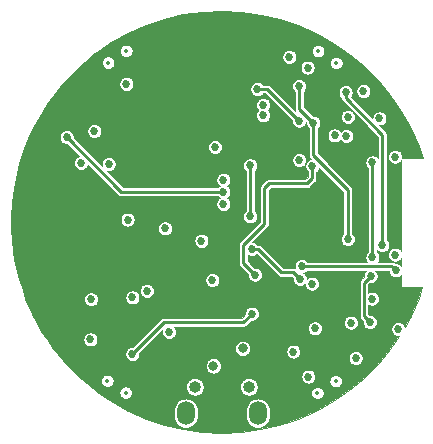
<source format=gbr>
%TF.GenerationSoftware,KiCad,Pcbnew,5.1.7+dfsg1-1~bpo10+1*%
%TF.CreationDate,Date%
%TF.ProjectId,osw-light,6f73772d-6c69-4676-9874-2e6b69636164,3.1*%
%TF.SameCoordinates,Original*%
%TF.FileFunction,Copper,L2,Inr*%
%TF.FilePolarity,Positive*%
%FSLAX46Y46*%
G04 Gerber Fmt 4.6, Leading zero omitted, Abs format (unit mm)*
G04 Created by KiCad*
%MOMM*%
%LPD*%
G01*
G04 APERTURE LIST*
%TA.AperFunction,ComponentPad*%
%ADD10O,1.500000X2.000000*%
%TD*%
%TA.AperFunction,ViaPad*%
%ADD11C,0.685800*%
%TD*%
%TA.AperFunction,ViaPad*%
%ADD12C,0.800000*%
%TD*%
%TA.AperFunction,Conductor*%
%ADD13C,0.250000*%
%TD*%
%TA.AperFunction,Conductor*%
%ADD14C,0.100000*%
%TD*%
%ADD15C,0.330200*%
%ADD16C,0.350000*%
%ADD17O,0.999999X0.999999*%
%ADD18O,0.750000X1.200000*%
G04 APERTURE END LIST*
D10*
%TO.N,*%
%TO.C,U5*%
X79248000Y-117792500D03*
X73152000Y-117792500D03*
%TD*%
D11*
%TO.N,/EN*%
X87528400Y-113131600D03*
X83515200Y-114706400D03*
X88722100Y-110083600D03*
X88798400Y-106172000D03*
X88950800Y-104597200D03*
X88950800Y-96570800D03*
%TO.N,+3V3*%
X84077622Y-110615633D03*
X90864704Y-96082901D03*
X90864704Y-104369514D03*
X65074800Y-111556800D03*
X75613610Y-95273210D03*
X91135200Y-110680500D03*
X82245200Y-112585500D03*
X79215001Y-90355499D03*
X82740500Y-93027500D03*
X89535000Y-92837000D03*
X86867747Y-92709747D03*
%TO.N,/FLASH*%
X68630800Y-112776000D03*
X78740000Y-109372400D03*
%TO.N,GND*%
X71424800Y-109423200D03*
X71424800Y-107137200D03*
X71424800Y-107899200D03*
X71424800Y-108661200D03*
X77165200Y-95097600D03*
X63703200Y-106883200D03*
X70358000Y-98392100D03*
X70205600Y-100177600D03*
X74777600Y-100126800D03*
X73456800Y-97231200D03*
X68783200Y-97154900D03*
X74726800Y-91897200D03*
X77419200Y-88595200D03*
X80404251Y-111905123D03*
X85242400Y-113944400D03*
X91592400Y-109626400D03*
X74498300Y-98247200D03*
X91541600Y-93421200D03*
X89662000Y-90449400D03*
X82245200Y-85191600D03*
X81229200Y-84886800D03*
X80365600Y-84683600D03*
X70154800Y-85242400D03*
X61264800Y-92557600D03*
X59372500Y-97218500D03*
X59055000Y-98552000D03*
X59690000Y-107442000D03*
X60274200Y-108559600D03*
X60833000Y-109651800D03*
X61264800Y-110642400D03*
X62788800Y-112776000D03*
X63449200Y-113487200D03*
X70307200Y-117906800D03*
X71221600Y-118211600D03*
X80924400Y-118414800D03*
X81889600Y-118110000D03*
X88442800Y-113944400D03*
X89154000Y-113334800D03*
X89865200Y-112496600D03*
X71018400Y-96266000D03*
X71069200Y-94437200D03*
X87884000Y-103733600D03*
X87934800Y-100939600D03*
X86156800Y-104495600D03*
X85699600Y-106222800D03*
X74726800Y-109016800D03*
X76250800Y-109016800D03*
X80060800Y-109982000D03*
X81432400Y-109880400D03*
X81584800Y-111353600D03*
X81635600Y-114198400D03*
X81534000Y-116027200D03*
X70967600Y-116230400D03*
X71628000Y-114452400D03*
X65328800Y-109982000D03*
X61061600Y-108000800D03*
X72781323Y-100548277D03*
X63119000Y-101498500D03*
X83756500Y-90678000D03*
X81661000Y-93218000D03*
X65341500Y-95059500D03*
X63881000Y-93980000D03*
X62166500Y-96456500D03*
X66774068Y-106740292D03*
X65060386Y-97373941D03*
%TO.N,/VBAT*%
X75394514Y-106531819D03*
X69849900Y-107442000D03*
%TO.N,/LEDK*%
X65405000Y-93916500D03*
%TO.N,/TX*%
X87122000Y-110134400D03*
X88900000Y-108100000D03*
%TO.N,/BTN2*%
X68122800Y-89916000D03*
X76336000Y-100076000D03*
%TO.N,/BTN3*%
X88188800Y-90525600D03*
X83464400Y-88544400D03*
X76336000Y-98044000D03*
%TO.N,/SCL*%
X81915000Y-87630000D03*
X86677500Y-90620899D03*
X89789000Y-103568500D03*
%TO.N,/SDA*%
X82740500Y-90106500D03*
X83947000Y-93218000D03*
X86868000Y-103060500D03*
%TO.N,/PIN_LED*%
X63055500Y-94424500D03*
X76336000Y-99060000D03*
%TO.N,/MOSI*%
X82956400Y-105342410D03*
X90932000Y-105714800D03*
%TO.N,/IO34*%
X79692500Y-91694000D03*
X86740606Y-94330174D03*
%TO.N,/IO35*%
X79692500Y-92579803D03*
X85744189Y-94278311D03*
%TO.N,Net-(R1-Pad2)*%
X64284973Y-96598527D03*
%TO.N,Net-(R14-Pad1)*%
X71399500Y-102158800D03*
X74472800Y-103200200D03*
%TO.N,Net-(R15-Pad1)*%
X68630800Y-108000800D03*
X71729600Y-110917100D03*
%TO.N,/B_MON*%
X65125600Y-108153200D03*
X82753200Y-96367600D03*
%TO.N,/TFT_DC*%
X78587600Y-96824800D03*
X78587600Y-101142800D03*
%TO.N,/TFT_CS*%
X78740000Y-103892410D03*
X82804000Y-106426000D03*
%TO.N,/TFT_RST*%
X78994000Y-106067410D03*
X83870800Y-96875600D03*
%TO.N,/SCK*%
X83820000Y-106832400D03*
%TO.N,/3V3_2*%
X68212910Y-101402887D03*
X66611500Y-96710500D03*
D12*
%TO.N,/D_N*%
X75475000Y-113792000D03*
X77958703Y-112312203D03*
%TD*%
D13*
%TO.N,/EN*%
X88232099Y-106738301D02*
X88798400Y-106172000D01*
X88232099Y-109593599D02*
X88232099Y-106738301D01*
X88722100Y-110083600D02*
X88232099Y-109593599D01*
X88950800Y-104597200D02*
X88950800Y-96570800D01*
%TO.N,+3V3*%
X80037899Y-90355499D02*
X79215001Y-90355499D01*
X82740500Y-93058100D02*
X80037899Y-90355499D01*
X82740500Y-93058100D02*
X82740500Y-93027500D01*
%TO.N,/FLASH*%
X78021299Y-110091101D02*
X78740000Y-109372400D01*
X71315699Y-110091101D02*
X78021299Y-110091101D01*
X68630800Y-112776000D02*
X71315699Y-110091101D01*
%TO.N,/SCL*%
X89789000Y-96420506D02*
X89789000Y-103568500D01*
X89789000Y-94217332D02*
X89789000Y-96420506D01*
X86677500Y-91105832D02*
X89789000Y-94217332D01*
X86677500Y-90620899D02*
X86677500Y-91105832D01*
%TO.N,/SDA*%
X82740500Y-92011500D02*
X83947000Y-93218000D01*
X82740500Y-90106500D02*
X82740500Y-92011500D01*
X86868000Y-98884306D02*
X86868000Y-103060500D01*
X83947000Y-95963306D02*
X86868000Y-98884306D01*
X83947000Y-93218000D02*
X83947000Y-95963306D01*
%TO.N,/PIN_LED*%
X67691000Y-99060000D02*
X76336000Y-99060000D01*
X63055500Y-94424500D02*
X67691000Y-99060000D01*
%TO.N,/MOSI*%
X82956400Y-105342410D02*
X90559610Y-105342410D01*
X90559610Y-105342410D02*
X90932000Y-105714800D01*
%TO.N,/TFT_DC*%
X78587600Y-101142800D02*
X78587600Y-96824800D01*
%TO.N,/TFT_CS*%
X79227412Y-103892410D02*
X81202202Y-105867200D01*
X78740000Y-103892410D02*
X79227412Y-103892410D01*
X81202202Y-105867200D02*
X82245200Y-105867200D01*
X82245200Y-105867200D02*
X82804000Y-106426000D01*
%TO.N,/TFT_RST*%
X79786590Y-98772974D02*
X80210764Y-98348800D01*
X79786590Y-101772818D02*
X79786590Y-98772974D01*
X78014999Y-103544409D02*
X79786590Y-101772818D01*
X78014999Y-105088409D02*
X78014999Y-103544409D01*
X78994000Y-106067410D02*
X78014999Y-105088409D01*
X80210764Y-98348800D02*
X83413600Y-98348800D01*
X83413600Y-98348800D02*
X83836000Y-97926400D01*
X83836000Y-96910400D02*
X83870800Y-96875600D01*
X83836000Y-97926400D02*
X83836000Y-96910400D01*
%TD*%
D14*
%TO.N,GND*%
X77849771Y-83815978D02*
X79485443Y-84044401D01*
X81093021Y-84422935D01*
X82658748Y-84948340D01*
X84169268Y-85616134D01*
X85611631Y-86420593D01*
X86973522Y-87354846D01*
X88243294Y-88410903D01*
X89410096Y-89579743D01*
X90463933Y-90851353D01*
X91395807Y-92214872D01*
X92197753Y-93658645D01*
X92862908Y-95170325D01*
X93201943Y-96186542D01*
X91445281Y-96203247D01*
X91457604Y-96141297D01*
X91457604Y-96024505D01*
X91434819Y-95909958D01*
X91390125Y-95802057D01*
X91325240Y-95704949D01*
X91242656Y-95622365D01*
X91145548Y-95557480D01*
X91037647Y-95512786D01*
X90923100Y-95490001D01*
X90806308Y-95490001D01*
X90691761Y-95512786D01*
X90583860Y-95557480D01*
X90486752Y-95622365D01*
X90404168Y-95704949D01*
X90339283Y-95802057D01*
X90294589Y-95909958D01*
X90271804Y-96024505D01*
X90271804Y-96141297D01*
X90294589Y-96255844D01*
X90339283Y-96363745D01*
X90404168Y-96460853D01*
X90486752Y-96543437D01*
X90583860Y-96608322D01*
X90691761Y-96653016D01*
X90806308Y-96675801D01*
X90923100Y-96675801D01*
X91037647Y-96653016D01*
X91145548Y-96608322D01*
X91242656Y-96543437D01*
X91325240Y-96460853D01*
X91390000Y-96363932D01*
X91390000Y-104088483D01*
X91325240Y-103991562D01*
X91242656Y-103908978D01*
X91145548Y-103844093D01*
X91037647Y-103799399D01*
X90923100Y-103776614D01*
X90806308Y-103776614D01*
X90691761Y-103799399D01*
X90583860Y-103844093D01*
X90486752Y-103908978D01*
X90404168Y-103991562D01*
X90339283Y-104088670D01*
X90294589Y-104196571D01*
X90271804Y-104311118D01*
X90271804Y-104427910D01*
X90294589Y-104542457D01*
X90339283Y-104650358D01*
X90404168Y-104747466D01*
X90486752Y-104830050D01*
X90583860Y-104894935D01*
X90691761Y-104939629D01*
X90806308Y-104962414D01*
X90923100Y-104962414D01*
X91037647Y-104939629D01*
X91145548Y-104894935D01*
X91242656Y-104830050D01*
X91325240Y-104747466D01*
X91390000Y-104650545D01*
X91390000Y-105334312D01*
X91309952Y-105254264D01*
X91212844Y-105189379D01*
X91104943Y-105144685D01*
X90990396Y-105121900D01*
X90873604Y-105121900D01*
X90870122Y-105122593D01*
X90837805Y-105090276D01*
X90826058Y-105075962D01*
X90768957Y-105029101D01*
X90703810Y-104994279D01*
X90633123Y-104972836D01*
X90578029Y-104967410D01*
X90578026Y-104967410D01*
X90559610Y-104965596D01*
X90541194Y-104967410D01*
X89416509Y-104967410D01*
X89476221Y-104878044D01*
X89520915Y-104770143D01*
X89543700Y-104655596D01*
X89543700Y-104538804D01*
X89520915Y-104424257D01*
X89476221Y-104316356D01*
X89411336Y-104219248D01*
X89328752Y-104136664D01*
X89325800Y-104134692D01*
X89325800Y-103942465D01*
X89328464Y-103946452D01*
X89411048Y-104029036D01*
X89508156Y-104093921D01*
X89616057Y-104138615D01*
X89730604Y-104161400D01*
X89847396Y-104161400D01*
X89961943Y-104138615D01*
X90069844Y-104093921D01*
X90166952Y-104029036D01*
X90249536Y-103946452D01*
X90314421Y-103849344D01*
X90359115Y-103741443D01*
X90381900Y-103626896D01*
X90381900Y-103510104D01*
X90359115Y-103395557D01*
X90314421Y-103287656D01*
X90249536Y-103190548D01*
X90166952Y-103107964D01*
X90164000Y-103105992D01*
X90164000Y-94235747D01*
X90165814Y-94217331D01*
X90163845Y-94197344D01*
X90158574Y-94143819D01*
X90137131Y-94073132D01*
X90127400Y-94054927D01*
X90102309Y-94007984D01*
X90067188Y-93965190D01*
X90055448Y-93950884D01*
X90041140Y-93939142D01*
X89531898Y-93429900D01*
X89593396Y-93429900D01*
X89707943Y-93407115D01*
X89815844Y-93362421D01*
X89912952Y-93297536D01*
X89995536Y-93214952D01*
X90060421Y-93117844D01*
X90105115Y-93009943D01*
X90127900Y-92895396D01*
X90127900Y-92778604D01*
X90105115Y-92664057D01*
X90060421Y-92556156D01*
X89995536Y-92459048D01*
X89912952Y-92376464D01*
X89815844Y-92311579D01*
X89707943Y-92266885D01*
X89593396Y-92244100D01*
X89476604Y-92244100D01*
X89362057Y-92266885D01*
X89254156Y-92311579D01*
X89157048Y-92376464D01*
X89074464Y-92459048D01*
X89009579Y-92556156D01*
X88964885Y-92664057D01*
X88942100Y-92778604D01*
X88942100Y-92840102D01*
X87119442Y-91017445D01*
X87138036Y-90998851D01*
X87202921Y-90901743D01*
X87247615Y-90793842D01*
X87270400Y-90679295D01*
X87270400Y-90562503D01*
X87251444Y-90467204D01*
X87595900Y-90467204D01*
X87595900Y-90583996D01*
X87618685Y-90698543D01*
X87663379Y-90806444D01*
X87728264Y-90903552D01*
X87810848Y-90986136D01*
X87907956Y-91051021D01*
X88015857Y-91095715D01*
X88130404Y-91118500D01*
X88247196Y-91118500D01*
X88361743Y-91095715D01*
X88469644Y-91051021D01*
X88566752Y-90986136D01*
X88649336Y-90903552D01*
X88714221Y-90806444D01*
X88758915Y-90698543D01*
X88781700Y-90583996D01*
X88781700Y-90467204D01*
X88758915Y-90352657D01*
X88714221Y-90244756D01*
X88649336Y-90147648D01*
X88566752Y-90065064D01*
X88469644Y-90000179D01*
X88361743Y-89955485D01*
X88247196Y-89932700D01*
X88130404Y-89932700D01*
X88015857Y-89955485D01*
X87907956Y-90000179D01*
X87810848Y-90065064D01*
X87728264Y-90147648D01*
X87663379Y-90244756D01*
X87618685Y-90352657D01*
X87595900Y-90467204D01*
X87251444Y-90467204D01*
X87247615Y-90447956D01*
X87202921Y-90340055D01*
X87138036Y-90242947D01*
X87055452Y-90160363D01*
X86958344Y-90095478D01*
X86850443Y-90050784D01*
X86735896Y-90027999D01*
X86619104Y-90027999D01*
X86504557Y-90050784D01*
X86396656Y-90095478D01*
X86299548Y-90160363D01*
X86216964Y-90242947D01*
X86152079Y-90340055D01*
X86107385Y-90447956D01*
X86084600Y-90562503D01*
X86084600Y-90679295D01*
X86107385Y-90793842D01*
X86152079Y-90901743D01*
X86216964Y-90998851D01*
X86299548Y-91081435D01*
X86302501Y-91083408D01*
X86302501Y-91087406D01*
X86300686Y-91105832D01*
X86304674Y-91146320D01*
X86307927Y-91179345D01*
X86329370Y-91250032D01*
X86364192Y-91315179D01*
X86411053Y-91372280D01*
X86425362Y-91384023D01*
X89414000Y-94372662D01*
X89414001Y-96196836D01*
X89411336Y-96192848D01*
X89328752Y-96110264D01*
X89231644Y-96045379D01*
X89123743Y-96000685D01*
X89009196Y-95977900D01*
X88892404Y-95977900D01*
X88777857Y-96000685D01*
X88669956Y-96045379D01*
X88572848Y-96110264D01*
X88490264Y-96192848D01*
X88425379Y-96289956D01*
X88380685Y-96397857D01*
X88357900Y-96512404D01*
X88357900Y-96629196D01*
X88380685Y-96743743D01*
X88425379Y-96851644D01*
X88490264Y-96948752D01*
X88572848Y-97031336D01*
X88575801Y-97033309D01*
X88575800Y-104134692D01*
X88572848Y-104136664D01*
X88490264Y-104219248D01*
X88425379Y-104316356D01*
X88380685Y-104424257D01*
X88357900Y-104538804D01*
X88357900Y-104655596D01*
X88380685Y-104770143D01*
X88425379Y-104878044D01*
X88485091Y-104967410D01*
X83418908Y-104967410D01*
X83416936Y-104964458D01*
X83334352Y-104881874D01*
X83237244Y-104816989D01*
X83129343Y-104772295D01*
X83014796Y-104749510D01*
X82898004Y-104749510D01*
X82783457Y-104772295D01*
X82675556Y-104816989D01*
X82578448Y-104881874D01*
X82495864Y-104964458D01*
X82430979Y-105061566D01*
X82386285Y-105169467D01*
X82363500Y-105284014D01*
X82363500Y-105400806D01*
X82386285Y-105515353D01*
X82387598Y-105518522D01*
X82318713Y-105497626D01*
X82263619Y-105492200D01*
X82263616Y-105492200D01*
X82245200Y-105490386D01*
X82226784Y-105492200D01*
X81357532Y-105492200D01*
X79505607Y-103640276D01*
X79493860Y-103625962D01*
X79436759Y-103579101D01*
X79371612Y-103544279D01*
X79300925Y-103522836D01*
X79245831Y-103517410D01*
X79245828Y-103517410D01*
X79227412Y-103515596D01*
X79208996Y-103517410D01*
X79202508Y-103517410D01*
X79200536Y-103514458D01*
X79117952Y-103431874D01*
X79020844Y-103366989D01*
X78912943Y-103322295D01*
X78798396Y-103299510D01*
X78790227Y-103299510D01*
X80038730Y-102051008D01*
X80053038Y-102039266D01*
X80099899Y-101982165D01*
X80134721Y-101917018D01*
X80156164Y-101846331D01*
X80161590Y-101791237D01*
X80161590Y-101791235D01*
X80163404Y-101772819D01*
X80161590Y-101754403D01*
X80161590Y-98928303D01*
X80366094Y-98723800D01*
X83395184Y-98723800D01*
X83413600Y-98725614D01*
X83432016Y-98723800D01*
X83432019Y-98723800D01*
X83487113Y-98718374D01*
X83557800Y-98696931D01*
X83622947Y-98662109D01*
X83680048Y-98615248D01*
X83691795Y-98600934D01*
X84088140Y-98204590D01*
X84102448Y-98192848D01*
X84149309Y-98135747D01*
X84184131Y-98070600D01*
X84205574Y-97999913D01*
X84211000Y-97944819D01*
X84211000Y-97944816D01*
X84212814Y-97926400D01*
X84211000Y-97907984D01*
X84211000Y-97361361D01*
X84248752Y-97336136D01*
X84331336Y-97253552D01*
X84396221Y-97156444D01*
X84440915Y-97048543D01*
X84451034Y-96997670D01*
X86493000Y-99039636D01*
X86493001Y-102597991D01*
X86490048Y-102599964D01*
X86407464Y-102682548D01*
X86342579Y-102779656D01*
X86297885Y-102887557D01*
X86275100Y-103002104D01*
X86275100Y-103118896D01*
X86297885Y-103233443D01*
X86342579Y-103341344D01*
X86407464Y-103438452D01*
X86490048Y-103521036D01*
X86587156Y-103585921D01*
X86695057Y-103630615D01*
X86809604Y-103653400D01*
X86926396Y-103653400D01*
X87040943Y-103630615D01*
X87148844Y-103585921D01*
X87245952Y-103521036D01*
X87328536Y-103438452D01*
X87393421Y-103341344D01*
X87438115Y-103233443D01*
X87460900Y-103118896D01*
X87460900Y-103002104D01*
X87438115Y-102887557D01*
X87393421Y-102779656D01*
X87328536Y-102682548D01*
X87245952Y-102599964D01*
X87243000Y-102597992D01*
X87243000Y-98902722D01*
X87244814Y-98884306D01*
X87243000Y-98865887D01*
X87237574Y-98810793D01*
X87216131Y-98740106D01*
X87181309Y-98674959D01*
X87134448Y-98617858D01*
X87120140Y-98606116D01*
X84322000Y-95807977D01*
X84322000Y-94219915D01*
X85151289Y-94219915D01*
X85151289Y-94336707D01*
X85174074Y-94451254D01*
X85218768Y-94559155D01*
X85283653Y-94656263D01*
X85366237Y-94738847D01*
X85463345Y-94803732D01*
X85571246Y-94848426D01*
X85685793Y-94871211D01*
X85802585Y-94871211D01*
X85917132Y-94848426D01*
X86025033Y-94803732D01*
X86122141Y-94738847D01*
X86204725Y-94656263D01*
X86225071Y-94625813D01*
X86280070Y-94708126D01*
X86362654Y-94790710D01*
X86459762Y-94855595D01*
X86567663Y-94900289D01*
X86682210Y-94923074D01*
X86799002Y-94923074D01*
X86913549Y-94900289D01*
X87021450Y-94855595D01*
X87118558Y-94790710D01*
X87201142Y-94708126D01*
X87266027Y-94611018D01*
X87310721Y-94503117D01*
X87333506Y-94388570D01*
X87333506Y-94271778D01*
X87310721Y-94157231D01*
X87266027Y-94049330D01*
X87201142Y-93952222D01*
X87118558Y-93869638D01*
X87021450Y-93804753D01*
X86913549Y-93760059D01*
X86799002Y-93737274D01*
X86682210Y-93737274D01*
X86567663Y-93760059D01*
X86459762Y-93804753D01*
X86362654Y-93869638D01*
X86280070Y-93952222D01*
X86259724Y-93982672D01*
X86204725Y-93900359D01*
X86122141Y-93817775D01*
X86025033Y-93752890D01*
X85917132Y-93708196D01*
X85802585Y-93685411D01*
X85685793Y-93685411D01*
X85571246Y-93708196D01*
X85463345Y-93752890D01*
X85366237Y-93817775D01*
X85283653Y-93900359D01*
X85218768Y-93997467D01*
X85174074Y-94105368D01*
X85151289Y-94219915D01*
X84322000Y-94219915D01*
X84322000Y-93680508D01*
X84324952Y-93678536D01*
X84407536Y-93595952D01*
X84472421Y-93498844D01*
X84517115Y-93390943D01*
X84539900Y-93276396D01*
X84539900Y-93159604D01*
X84517115Y-93045057D01*
X84472421Y-92937156D01*
X84407536Y-92840048D01*
X84324952Y-92757464D01*
X84227844Y-92692579D01*
X84128311Y-92651351D01*
X86274847Y-92651351D01*
X86274847Y-92768143D01*
X86297632Y-92882690D01*
X86342326Y-92990591D01*
X86407211Y-93087699D01*
X86489795Y-93170283D01*
X86586903Y-93235168D01*
X86694804Y-93279862D01*
X86809351Y-93302647D01*
X86926143Y-93302647D01*
X87040690Y-93279862D01*
X87148591Y-93235168D01*
X87245699Y-93170283D01*
X87328283Y-93087699D01*
X87393168Y-92990591D01*
X87437862Y-92882690D01*
X87460647Y-92768143D01*
X87460647Y-92651351D01*
X87437862Y-92536804D01*
X87393168Y-92428903D01*
X87328283Y-92331795D01*
X87245699Y-92249211D01*
X87148591Y-92184326D01*
X87040690Y-92139632D01*
X86926143Y-92116847D01*
X86809351Y-92116847D01*
X86694804Y-92139632D01*
X86586903Y-92184326D01*
X86489795Y-92249211D01*
X86407211Y-92331795D01*
X86342326Y-92428903D01*
X86297632Y-92536804D01*
X86274847Y-92651351D01*
X84128311Y-92651351D01*
X84119943Y-92647885D01*
X84005396Y-92625100D01*
X83888604Y-92625100D01*
X83885122Y-92625793D01*
X83115500Y-91856171D01*
X83115500Y-90569008D01*
X83118452Y-90567036D01*
X83201036Y-90484452D01*
X83265921Y-90387344D01*
X83310615Y-90279443D01*
X83333400Y-90164896D01*
X83333400Y-90048104D01*
X83310615Y-89933557D01*
X83265921Y-89825656D01*
X83201036Y-89728548D01*
X83118452Y-89645964D01*
X83021344Y-89581079D01*
X82913443Y-89536385D01*
X82798896Y-89513600D01*
X82682104Y-89513600D01*
X82567557Y-89536385D01*
X82459656Y-89581079D01*
X82362548Y-89645964D01*
X82279964Y-89728548D01*
X82215079Y-89825656D01*
X82170385Y-89933557D01*
X82147600Y-90048104D01*
X82147600Y-90164896D01*
X82170385Y-90279443D01*
X82215079Y-90387344D01*
X82279964Y-90484452D01*
X82362548Y-90567036D01*
X82365500Y-90569009D01*
X82365501Y-91993074D01*
X82363686Y-92011500D01*
X82367860Y-92053872D01*
X82370927Y-92085013D01*
X82386669Y-92136905D01*
X82392370Y-92155700D01*
X82419860Y-92207130D01*
X80316094Y-90103365D01*
X80304347Y-90089051D01*
X80247246Y-90042190D01*
X80182099Y-90007368D01*
X80111412Y-89985925D01*
X80056318Y-89980499D01*
X80056315Y-89980499D01*
X80037899Y-89978685D01*
X80019483Y-89980499D01*
X79677509Y-89980499D01*
X79675537Y-89977547D01*
X79592953Y-89894963D01*
X79495845Y-89830078D01*
X79387944Y-89785384D01*
X79273397Y-89762599D01*
X79156605Y-89762599D01*
X79042058Y-89785384D01*
X78934157Y-89830078D01*
X78837049Y-89894963D01*
X78754465Y-89977547D01*
X78689580Y-90074655D01*
X78644886Y-90182556D01*
X78622101Y-90297103D01*
X78622101Y-90413895D01*
X78644886Y-90528442D01*
X78689580Y-90636343D01*
X78754465Y-90733451D01*
X78837049Y-90816035D01*
X78934157Y-90880920D01*
X79042058Y-90925614D01*
X79156605Y-90948399D01*
X79273397Y-90948399D01*
X79387944Y-90925614D01*
X79495845Y-90880920D01*
X79592953Y-90816035D01*
X79675537Y-90733451D01*
X79677509Y-90730499D01*
X79882570Y-90730499D01*
X82147600Y-92995530D01*
X82147600Y-93085896D01*
X82170385Y-93200443D01*
X82215079Y-93308344D01*
X82279964Y-93405452D01*
X82362548Y-93488036D01*
X82459656Y-93552921D01*
X82567557Y-93597615D01*
X82682104Y-93620400D01*
X82798896Y-93620400D01*
X82913443Y-93597615D01*
X83021344Y-93552921D01*
X83118452Y-93488036D01*
X83201036Y-93405452D01*
X83265921Y-93308344D01*
X83310615Y-93200443D01*
X83325298Y-93126628D01*
X83354793Y-93156122D01*
X83354100Y-93159604D01*
X83354100Y-93276396D01*
X83376885Y-93390943D01*
X83421579Y-93498844D01*
X83486464Y-93595952D01*
X83569048Y-93678536D01*
X83572000Y-93680509D01*
X83572001Y-95944880D01*
X83570186Y-95963306D01*
X83572781Y-95989648D01*
X83577427Y-96036819D01*
X83598776Y-96107197D01*
X83598870Y-96107506D01*
X83626216Y-96158666D01*
X83633692Y-96172653D01*
X83680553Y-96229754D01*
X83694862Y-96241497D01*
X83748731Y-96295366D01*
X83697857Y-96305485D01*
X83589956Y-96350179D01*
X83492848Y-96415064D01*
X83410264Y-96497648D01*
X83345379Y-96594756D01*
X83300685Y-96702657D01*
X83277900Y-96817204D01*
X83277900Y-96933996D01*
X83300685Y-97048543D01*
X83345379Y-97156444D01*
X83410264Y-97253552D01*
X83461001Y-97304289D01*
X83461000Y-97771070D01*
X83258271Y-97973800D01*
X80229180Y-97973800D01*
X80210764Y-97971986D01*
X80192348Y-97973800D01*
X80192345Y-97973800D01*
X80137251Y-97979226D01*
X80066564Y-98000669D01*
X80045871Y-98011730D01*
X80001417Y-98035490D01*
X79968656Y-98062377D01*
X79944316Y-98082352D01*
X79932574Y-98096660D01*
X79534451Y-98494784D01*
X79520143Y-98506526D01*
X79508401Y-98520834D01*
X79473281Y-98563628D01*
X79453337Y-98600941D01*
X79438460Y-98628774D01*
X79417785Y-98696931D01*
X79417017Y-98699462D01*
X79409776Y-98772974D01*
X79411591Y-98791400D01*
X79411590Y-101617488D01*
X77762861Y-103266218D01*
X77748552Y-103277961D01*
X77736810Y-103292269D01*
X77701690Y-103335063D01*
X77681336Y-103373143D01*
X77666869Y-103400209D01*
X77647168Y-103465156D01*
X77645426Y-103470897D01*
X77638185Y-103544409D01*
X77640000Y-103562835D01*
X77639999Y-105069993D01*
X77638185Y-105088409D01*
X77639999Y-105106825D01*
X77639999Y-105106827D01*
X77645425Y-105161921D01*
X77666868Y-105232608D01*
X77701690Y-105297755D01*
X77748551Y-105354857D01*
X77762865Y-105366604D01*
X78401793Y-106005532D01*
X78401100Y-106009014D01*
X78401100Y-106125806D01*
X78423885Y-106240353D01*
X78468579Y-106348254D01*
X78533464Y-106445362D01*
X78616048Y-106527946D01*
X78713156Y-106592831D01*
X78821057Y-106637525D01*
X78935604Y-106660310D01*
X79052396Y-106660310D01*
X79166943Y-106637525D01*
X79274844Y-106592831D01*
X79371952Y-106527946D01*
X79454536Y-106445362D01*
X79519421Y-106348254D01*
X79564115Y-106240353D01*
X79586900Y-106125806D01*
X79586900Y-106009014D01*
X79564115Y-105894467D01*
X79519421Y-105786566D01*
X79454536Y-105689458D01*
X79371952Y-105606874D01*
X79274844Y-105541989D01*
X79166943Y-105497295D01*
X79052396Y-105474510D01*
X78935604Y-105474510D01*
X78932122Y-105475203D01*
X78389999Y-104933080D01*
X78389999Y-104371622D01*
X78459156Y-104417831D01*
X78567057Y-104462525D01*
X78681604Y-104485310D01*
X78798396Y-104485310D01*
X78912943Y-104462525D01*
X79020844Y-104417831D01*
X79117952Y-104352946D01*
X79137785Y-104333113D01*
X80924011Y-106119339D01*
X80935754Y-106133648D01*
X80992855Y-106180509D01*
X81058002Y-106215331D01*
X81128689Y-106236774D01*
X81183783Y-106242200D01*
X81183786Y-106242200D01*
X81202202Y-106244014D01*
X81220618Y-106242200D01*
X82089871Y-106242200D01*
X82211793Y-106364122D01*
X82211100Y-106367604D01*
X82211100Y-106484396D01*
X82233885Y-106598943D01*
X82278579Y-106706844D01*
X82343464Y-106803952D01*
X82426048Y-106886536D01*
X82523156Y-106951421D01*
X82631057Y-106996115D01*
X82745604Y-107018900D01*
X82862396Y-107018900D01*
X82976943Y-106996115D01*
X83084844Y-106951421D01*
X83181952Y-106886536D01*
X83227100Y-106841388D01*
X83227100Y-106890796D01*
X83249885Y-107005343D01*
X83294579Y-107113244D01*
X83359464Y-107210352D01*
X83442048Y-107292936D01*
X83539156Y-107357821D01*
X83647057Y-107402515D01*
X83761604Y-107425300D01*
X83878396Y-107425300D01*
X83992943Y-107402515D01*
X84100844Y-107357821D01*
X84197952Y-107292936D01*
X84280536Y-107210352D01*
X84345421Y-107113244D01*
X84390115Y-107005343D01*
X84412900Y-106890796D01*
X84412900Y-106774004D01*
X84390115Y-106659457D01*
X84345421Y-106551556D01*
X84280536Y-106454448D01*
X84197952Y-106371864D01*
X84100844Y-106306979D01*
X83992943Y-106262285D01*
X83878396Y-106239500D01*
X83761604Y-106239500D01*
X83647057Y-106262285D01*
X83539156Y-106306979D01*
X83442048Y-106371864D01*
X83396900Y-106417012D01*
X83396900Y-106367604D01*
X83374115Y-106253057D01*
X83329421Y-106145156D01*
X83264536Y-106048048D01*
X83181952Y-105965464D01*
X83108829Y-105916605D01*
X83129343Y-105912525D01*
X83237244Y-105867831D01*
X83334352Y-105802946D01*
X83416936Y-105720362D01*
X83418908Y-105717410D01*
X88414502Y-105717410D01*
X88337864Y-105794048D01*
X88272979Y-105891156D01*
X88228285Y-105999057D01*
X88205500Y-106113604D01*
X88205500Y-106230396D01*
X88206193Y-106233878D01*
X87979960Y-106460110D01*
X87965652Y-106471853D01*
X87953910Y-106486161D01*
X87918790Y-106528955D01*
X87893455Y-106576354D01*
X87883969Y-106594101D01*
X87863737Y-106660798D01*
X87862526Y-106664789D01*
X87855285Y-106738301D01*
X87857100Y-106756727D01*
X87857099Y-109575183D01*
X87855285Y-109593599D01*
X87857099Y-109612015D01*
X87857099Y-109612017D01*
X87862525Y-109667111D01*
X87883968Y-109737798D01*
X87918790Y-109802945D01*
X87965651Y-109860047D01*
X87979965Y-109871794D01*
X88129893Y-110021722D01*
X88129200Y-110025204D01*
X88129200Y-110141996D01*
X88151985Y-110256543D01*
X88196679Y-110364444D01*
X88261564Y-110461552D01*
X88344148Y-110544136D01*
X88441256Y-110609021D01*
X88549157Y-110653715D01*
X88663704Y-110676500D01*
X88780496Y-110676500D01*
X88895043Y-110653715D01*
X89002944Y-110609021D01*
X89100052Y-110544136D01*
X89182636Y-110461552D01*
X89247521Y-110364444D01*
X89292215Y-110256543D01*
X89315000Y-110141996D01*
X89315000Y-110025204D01*
X89292215Y-109910657D01*
X89247521Y-109802756D01*
X89182636Y-109705648D01*
X89100052Y-109623064D01*
X89002944Y-109558179D01*
X88895043Y-109513485D01*
X88780496Y-109490700D01*
X88663704Y-109490700D01*
X88660222Y-109491393D01*
X88607099Y-109438270D01*
X88607099Y-108617365D01*
X88619156Y-108625421D01*
X88727057Y-108670115D01*
X88841604Y-108692900D01*
X88958396Y-108692900D01*
X89072943Y-108670115D01*
X89180844Y-108625421D01*
X89277952Y-108560536D01*
X89360536Y-108477952D01*
X89425421Y-108380844D01*
X89470115Y-108272943D01*
X89492900Y-108158396D01*
X89492900Y-108041604D01*
X89470115Y-107927057D01*
X89425421Y-107819156D01*
X89360536Y-107722048D01*
X89277952Y-107639464D01*
X89180844Y-107574579D01*
X89072943Y-107529885D01*
X88958396Y-107507100D01*
X88841604Y-107507100D01*
X88727057Y-107529885D01*
X88619156Y-107574579D01*
X88607099Y-107582635D01*
X88607099Y-106893630D01*
X88736522Y-106764207D01*
X88740004Y-106764900D01*
X88856796Y-106764900D01*
X88971343Y-106742115D01*
X89079244Y-106697421D01*
X89176352Y-106632536D01*
X89258936Y-106549952D01*
X89323821Y-106452844D01*
X89368515Y-106344943D01*
X89391300Y-106230396D01*
X89391300Y-106113604D01*
X89368515Y-105999057D01*
X89323821Y-105891156D01*
X89258936Y-105794048D01*
X89182298Y-105717410D01*
X90339100Y-105717410D01*
X90339100Y-105773196D01*
X90361885Y-105887743D01*
X90406579Y-105995644D01*
X90471464Y-106092752D01*
X90554048Y-106175336D01*
X90651156Y-106240221D01*
X90759057Y-106284915D01*
X90873604Y-106307700D01*
X90990396Y-106307700D01*
X91104943Y-106284915D01*
X91212844Y-106240221D01*
X91309952Y-106175336D01*
X91390000Y-106095288D01*
X91390000Y-107048300D01*
X91391056Y-107058520D01*
X91393990Y-107067873D01*
X91398693Y-107076473D01*
X91404982Y-107083990D01*
X91412618Y-107090136D01*
X91421306Y-107094674D01*
X91430712Y-107097430D01*
X91440475Y-107098298D01*
X93179504Y-107081761D01*
X92851660Y-108058748D01*
X92183868Y-109569264D01*
X91686237Y-110461498D01*
X91660621Y-110399656D01*
X91595736Y-110302548D01*
X91513152Y-110219964D01*
X91416044Y-110155079D01*
X91308143Y-110110385D01*
X91193596Y-110087600D01*
X91076804Y-110087600D01*
X90962257Y-110110385D01*
X90854356Y-110155079D01*
X90757248Y-110219964D01*
X90674664Y-110302548D01*
X90609779Y-110399656D01*
X90565085Y-110507557D01*
X90542300Y-110622104D01*
X90542300Y-110738896D01*
X90565085Y-110853443D01*
X90609779Y-110961344D01*
X90674664Y-111058452D01*
X90757248Y-111141036D01*
X90854356Y-111205921D01*
X90962257Y-111250615D01*
X91076804Y-111273400D01*
X91193596Y-111273400D01*
X91200820Y-111271963D01*
X90445154Y-112373522D01*
X89389092Y-113643299D01*
X88220261Y-114810091D01*
X86948647Y-115863933D01*
X85585123Y-116795811D01*
X84141350Y-117597755D01*
X82629675Y-118262908D01*
X81063030Y-118785580D01*
X79454797Y-119161307D01*
X77818645Y-119386887D01*
X76200089Y-119460385D01*
X74550229Y-119384022D01*
X72914561Y-119155599D01*
X71306979Y-118777065D01*
X69741252Y-118251660D01*
X68230736Y-117583868D01*
X68068497Y-117493381D01*
X72152000Y-117493381D01*
X72152000Y-118091620D01*
X72166470Y-118238534D01*
X72223651Y-118427035D01*
X72316509Y-118600758D01*
X72441473Y-118753028D01*
X72593743Y-118877992D01*
X72767466Y-118970849D01*
X72955967Y-119028030D01*
X73152000Y-119047338D01*
X73348034Y-119028030D01*
X73536535Y-118970849D01*
X73710258Y-118877992D01*
X73862528Y-118753028D01*
X73987492Y-118600758D01*
X74080349Y-118427035D01*
X74137530Y-118238533D01*
X74152000Y-118091619D01*
X74152000Y-117493381D01*
X78248000Y-117493381D01*
X78248000Y-118091620D01*
X78262470Y-118238534D01*
X78319651Y-118427035D01*
X78412509Y-118600758D01*
X78537473Y-118753028D01*
X78689743Y-118877992D01*
X78863466Y-118970849D01*
X79051967Y-119028030D01*
X79248000Y-119047338D01*
X79444034Y-119028030D01*
X79632535Y-118970849D01*
X79806258Y-118877992D01*
X79958528Y-118753028D01*
X80083492Y-118600758D01*
X80176349Y-118427035D01*
X80233530Y-118238533D01*
X80248000Y-118091619D01*
X80248000Y-117493380D01*
X80233530Y-117346466D01*
X80176349Y-117157965D01*
X80083492Y-116984242D01*
X79958528Y-116831972D01*
X79806258Y-116707008D01*
X79632534Y-116614151D01*
X79444033Y-116556970D01*
X79248000Y-116537662D01*
X79051966Y-116556970D01*
X78863465Y-116614151D01*
X78689742Y-116707008D01*
X78537472Y-116831972D01*
X78412508Y-116984242D01*
X78319651Y-117157966D01*
X78262470Y-117346467D01*
X78248000Y-117493381D01*
X74152000Y-117493381D01*
X74152000Y-117493380D01*
X74137530Y-117346466D01*
X74080349Y-117157965D01*
X73987492Y-116984242D01*
X73862528Y-116831972D01*
X73710258Y-116707008D01*
X73536534Y-116614151D01*
X73348033Y-116556970D01*
X73152000Y-116537662D01*
X72955966Y-116556970D01*
X72767465Y-116614151D01*
X72593742Y-116707008D01*
X72441472Y-116831972D01*
X72316508Y-116984242D01*
X72223651Y-117157966D01*
X72166470Y-117346467D01*
X72152000Y-117493381D01*
X68068497Y-117493381D01*
X66788369Y-116779407D01*
X65655812Y-116002476D01*
X67530578Y-116002476D01*
X67530578Y-116105892D01*
X67550754Y-116207321D01*
X67590329Y-116302865D01*
X67647784Y-116388852D01*
X67720910Y-116461978D01*
X67806897Y-116519433D01*
X67902441Y-116559008D01*
X68003870Y-116579184D01*
X68107286Y-116579184D01*
X68208715Y-116559008D01*
X68304259Y-116519433D01*
X68390246Y-116461978D01*
X68463372Y-116388852D01*
X68520827Y-116302865D01*
X68560402Y-116207321D01*
X68580578Y-116105892D01*
X68580578Y-116002476D01*
X68560402Y-115901047D01*
X68520827Y-115805503D01*
X68463372Y-115719516D01*
X68390246Y-115646390D01*
X68304259Y-115588935D01*
X68208715Y-115549360D01*
X68107286Y-115529184D01*
X68003870Y-115529184D01*
X67902441Y-115549360D01*
X67806897Y-115588935D01*
X67720910Y-115646390D01*
X67647784Y-115719516D01*
X67590329Y-115805503D01*
X67550754Y-115901047D01*
X67530578Y-116002476D01*
X65655812Y-116002476D01*
X65426478Y-115845154D01*
X64409717Y-114999523D01*
X65986166Y-114999523D01*
X65986166Y-115102939D01*
X66006342Y-115204368D01*
X66045917Y-115299912D01*
X66103372Y-115385899D01*
X66176498Y-115459025D01*
X66262485Y-115516480D01*
X66358029Y-115556055D01*
X66459458Y-115576231D01*
X66562874Y-115576231D01*
X66664303Y-115556055D01*
X66759847Y-115516480D01*
X66790301Y-115496131D01*
X73164000Y-115496131D01*
X73164000Y-115643869D01*
X73192822Y-115788767D01*
X73249359Y-115925258D01*
X73331437Y-116048097D01*
X73435903Y-116152563D01*
X73558742Y-116234641D01*
X73695233Y-116291178D01*
X73840131Y-116320000D01*
X73987869Y-116320000D01*
X74132767Y-116291178D01*
X74269258Y-116234641D01*
X74392097Y-116152563D01*
X74496563Y-116048097D01*
X74578641Y-115925258D01*
X74635178Y-115788767D01*
X74664000Y-115643869D01*
X74664000Y-115496131D01*
X77736000Y-115496131D01*
X77736000Y-115643869D01*
X77764822Y-115788767D01*
X77821359Y-115925258D01*
X77903437Y-116048097D01*
X78007903Y-116152563D01*
X78130742Y-116234641D01*
X78267233Y-116291178D01*
X78412131Y-116320000D01*
X78559869Y-116320000D01*
X78704767Y-116291178D01*
X78841258Y-116234641D01*
X78964097Y-116152563D01*
X79068563Y-116048097D01*
X79075936Y-116037061D01*
X83766166Y-116037061D01*
X83766166Y-116140477D01*
X83786342Y-116241906D01*
X83825917Y-116337450D01*
X83883372Y-116423437D01*
X83956498Y-116496563D01*
X84042485Y-116554018D01*
X84138029Y-116593593D01*
X84239458Y-116613769D01*
X84342874Y-116613769D01*
X84444303Y-116593593D01*
X84539847Y-116554018D01*
X84625834Y-116496563D01*
X84698960Y-116423437D01*
X84756415Y-116337450D01*
X84795990Y-116241906D01*
X84816166Y-116140477D01*
X84816166Y-116037061D01*
X84795990Y-115935632D01*
X84756415Y-115840088D01*
X84698960Y-115754101D01*
X84625834Y-115680975D01*
X84539847Y-115623520D01*
X84444303Y-115583945D01*
X84342874Y-115563769D01*
X84239458Y-115563769D01*
X84138029Y-115583945D01*
X84042485Y-115623520D01*
X83956498Y-115680975D01*
X83883372Y-115754101D01*
X83825917Y-115840088D01*
X83786342Y-115935632D01*
X83766166Y-116037061D01*
X79075936Y-116037061D01*
X79150641Y-115925258D01*
X79207178Y-115788767D01*
X79236000Y-115643869D01*
X79236000Y-115496131D01*
X79207178Y-115351233D01*
X79150641Y-115214742D01*
X79068563Y-115091903D01*
X78964097Y-114987437D01*
X78841258Y-114905359D01*
X78704767Y-114848822D01*
X78559869Y-114820000D01*
X78412131Y-114820000D01*
X78267233Y-114848822D01*
X78130742Y-114905359D01*
X78007903Y-114987437D01*
X77903437Y-115091903D01*
X77821359Y-115214742D01*
X77764822Y-115351233D01*
X77736000Y-115496131D01*
X74664000Y-115496131D01*
X74635178Y-115351233D01*
X74578641Y-115214742D01*
X74496563Y-115091903D01*
X74392097Y-114987437D01*
X74269258Y-114905359D01*
X74132767Y-114848822D01*
X73987869Y-114820000D01*
X73840131Y-114820000D01*
X73695233Y-114848822D01*
X73558742Y-114905359D01*
X73435903Y-114987437D01*
X73331437Y-115091903D01*
X73249359Y-115214742D01*
X73192822Y-115351233D01*
X73164000Y-115496131D01*
X66790301Y-115496131D01*
X66845834Y-115459025D01*
X66918960Y-115385899D01*
X66976415Y-115299912D01*
X67015990Y-115204368D01*
X67036166Y-115102939D01*
X67036166Y-114999523D01*
X67015990Y-114898094D01*
X66976415Y-114802550D01*
X66918960Y-114716563D01*
X66850401Y-114648004D01*
X82922300Y-114648004D01*
X82922300Y-114764796D01*
X82945085Y-114879343D01*
X82989779Y-114987244D01*
X83054664Y-115084352D01*
X83137248Y-115166936D01*
X83234356Y-115231821D01*
X83342257Y-115276515D01*
X83456804Y-115299300D01*
X83573596Y-115299300D01*
X83688143Y-115276515D01*
X83796044Y-115231821D01*
X83893152Y-115166936D01*
X83975736Y-115084352D01*
X84009307Y-115034108D01*
X85310578Y-115034108D01*
X85310578Y-115137524D01*
X85330754Y-115238953D01*
X85370329Y-115334497D01*
X85427784Y-115420484D01*
X85500910Y-115493610D01*
X85586897Y-115551065D01*
X85682441Y-115590640D01*
X85783870Y-115610816D01*
X85887286Y-115610816D01*
X85988715Y-115590640D01*
X86084259Y-115551065D01*
X86170246Y-115493610D01*
X86243372Y-115420484D01*
X86300827Y-115334497D01*
X86340402Y-115238953D01*
X86360578Y-115137524D01*
X86360578Y-115034108D01*
X86340402Y-114932679D01*
X86300827Y-114837135D01*
X86243372Y-114751148D01*
X86170246Y-114678022D01*
X86084259Y-114620567D01*
X85988715Y-114580992D01*
X85887286Y-114560816D01*
X85783870Y-114560816D01*
X85682441Y-114580992D01*
X85586897Y-114620567D01*
X85500910Y-114678022D01*
X85427784Y-114751148D01*
X85370329Y-114837135D01*
X85330754Y-114932679D01*
X85310578Y-115034108D01*
X84009307Y-115034108D01*
X84040621Y-114987244D01*
X84085315Y-114879343D01*
X84108100Y-114764796D01*
X84108100Y-114648004D01*
X84085315Y-114533457D01*
X84040621Y-114425556D01*
X83975736Y-114328448D01*
X83893152Y-114245864D01*
X83796044Y-114180979D01*
X83688143Y-114136285D01*
X83573596Y-114113500D01*
X83456804Y-114113500D01*
X83342257Y-114136285D01*
X83234356Y-114180979D01*
X83137248Y-114245864D01*
X83054664Y-114328448D01*
X82989779Y-114425556D01*
X82945085Y-114533457D01*
X82922300Y-114648004D01*
X66850401Y-114648004D01*
X66845834Y-114643437D01*
X66759847Y-114585982D01*
X66664303Y-114546407D01*
X66562874Y-114526231D01*
X66459458Y-114526231D01*
X66358029Y-114546407D01*
X66262485Y-114585982D01*
X66176498Y-114643437D01*
X66103372Y-114716563D01*
X66045917Y-114802550D01*
X66006342Y-114898094D01*
X65986166Y-114999523D01*
X64409717Y-114999523D01*
X64156701Y-114789092D01*
X63097442Y-113727981D01*
X74825000Y-113727981D01*
X74825000Y-113856019D01*
X74849979Y-113981598D01*
X74898978Y-114099890D01*
X74970112Y-114206351D01*
X75060649Y-114296888D01*
X75167110Y-114368022D01*
X75285402Y-114417021D01*
X75410981Y-114442000D01*
X75539019Y-114442000D01*
X75664598Y-114417021D01*
X75782890Y-114368022D01*
X75889351Y-114296888D01*
X75979888Y-114206351D01*
X76051022Y-114099890D01*
X76100021Y-113981598D01*
X76125000Y-113856019D01*
X76125000Y-113727981D01*
X76100021Y-113602402D01*
X76051022Y-113484110D01*
X75979888Y-113377649D01*
X75889351Y-113287112D01*
X75782890Y-113215978D01*
X75664598Y-113166979D01*
X75539019Y-113142000D01*
X75410981Y-113142000D01*
X75285402Y-113166979D01*
X75167110Y-113215978D01*
X75060649Y-113287112D01*
X74970112Y-113377649D01*
X74898978Y-113484110D01*
X74849979Y-113602402D01*
X74825000Y-113727981D01*
X63097442Y-113727981D01*
X62989909Y-113620261D01*
X62241838Y-112717604D01*
X68037900Y-112717604D01*
X68037900Y-112834396D01*
X68060685Y-112948943D01*
X68105379Y-113056844D01*
X68170264Y-113153952D01*
X68252848Y-113236536D01*
X68349956Y-113301421D01*
X68457857Y-113346115D01*
X68572404Y-113368900D01*
X68689196Y-113368900D01*
X68803743Y-113346115D01*
X68911644Y-113301421D01*
X69008752Y-113236536D01*
X69091336Y-113153952D01*
X69156221Y-113056844D01*
X69200915Y-112948943D01*
X69223700Y-112834396D01*
X69223700Y-112717604D01*
X69223007Y-112714122D01*
X69688945Y-112248184D01*
X77308703Y-112248184D01*
X77308703Y-112376222D01*
X77333682Y-112501801D01*
X77382681Y-112620093D01*
X77453815Y-112726554D01*
X77544352Y-112817091D01*
X77650813Y-112888225D01*
X77769105Y-112937224D01*
X77894684Y-112962203D01*
X78022722Y-112962203D01*
X78148301Y-112937224D01*
X78266593Y-112888225D01*
X78373054Y-112817091D01*
X78463591Y-112726554D01*
X78534725Y-112620093D01*
X78573242Y-112527104D01*
X81652300Y-112527104D01*
X81652300Y-112643896D01*
X81675085Y-112758443D01*
X81719779Y-112866344D01*
X81784664Y-112963452D01*
X81867248Y-113046036D01*
X81964356Y-113110921D01*
X82072257Y-113155615D01*
X82186804Y-113178400D01*
X82303596Y-113178400D01*
X82418143Y-113155615D01*
X82526044Y-113110921D01*
X82582491Y-113073204D01*
X86935500Y-113073204D01*
X86935500Y-113189996D01*
X86958285Y-113304543D01*
X87002979Y-113412444D01*
X87067864Y-113509552D01*
X87150448Y-113592136D01*
X87247556Y-113657021D01*
X87355457Y-113701715D01*
X87470004Y-113724500D01*
X87586796Y-113724500D01*
X87701343Y-113701715D01*
X87809244Y-113657021D01*
X87906352Y-113592136D01*
X87988936Y-113509552D01*
X88053821Y-113412444D01*
X88098515Y-113304543D01*
X88121300Y-113189996D01*
X88121300Y-113073204D01*
X88098515Y-112958657D01*
X88053821Y-112850756D01*
X87988936Y-112753648D01*
X87906352Y-112671064D01*
X87809244Y-112606179D01*
X87701343Y-112561485D01*
X87586796Y-112538700D01*
X87470004Y-112538700D01*
X87355457Y-112561485D01*
X87247556Y-112606179D01*
X87150448Y-112671064D01*
X87067864Y-112753648D01*
X87002979Y-112850756D01*
X86958285Y-112958657D01*
X86935500Y-113073204D01*
X82582491Y-113073204D01*
X82623152Y-113046036D01*
X82705736Y-112963452D01*
X82770621Y-112866344D01*
X82815315Y-112758443D01*
X82838100Y-112643896D01*
X82838100Y-112527104D01*
X82815315Y-112412557D01*
X82770621Y-112304656D01*
X82705736Y-112207548D01*
X82623152Y-112124964D01*
X82526044Y-112060079D01*
X82418143Y-112015385D01*
X82303596Y-111992600D01*
X82186804Y-111992600D01*
X82072257Y-112015385D01*
X81964356Y-112060079D01*
X81867248Y-112124964D01*
X81784664Y-112207548D01*
X81719779Y-112304656D01*
X81675085Y-112412557D01*
X81652300Y-112527104D01*
X78573242Y-112527104D01*
X78583724Y-112501801D01*
X78608703Y-112376222D01*
X78608703Y-112248184D01*
X78583724Y-112122605D01*
X78534725Y-112004313D01*
X78463591Y-111897852D01*
X78373054Y-111807315D01*
X78266593Y-111736181D01*
X78148301Y-111687182D01*
X78022722Y-111662203D01*
X77894684Y-111662203D01*
X77769105Y-111687182D01*
X77650813Y-111736181D01*
X77544352Y-111807315D01*
X77453815Y-111897852D01*
X77382681Y-112004313D01*
X77333682Y-112122605D01*
X77308703Y-112248184D01*
X69688945Y-112248184D01*
X71151170Y-110785960D01*
X71136700Y-110858704D01*
X71136700Y-110975496D01*
X71159485Y-111090043D01*
X71204179Y-111197944D01*
X71269064Y-111295052D01*
X71351648Y-111377636D01*
X71448756Y-111442521D01*
X71556657Y-111487215D01*
X71671204Y-111510000D01*
X71787996Y-111510000D01*
X71902543Y-111487215D01*
X72010444Y-111442521D01*
X72107552Y-111377636D01*
X72190136Y-111295052D01*
X72255021Y-111197944D01*
X72299715Y-111090043D01*
X72322500Y-110975496D01*
X72322500Y-110858704D01*
X72299715Y-110744157D01*
X72255021Y-110636256D01*
X72202223Y-110557237D01*
X83484722Y-110557237D01*
X83484722Y-110674029D01*
X83507507Y-110788576D01*
X83552201Y-110896477D01*
X83617086Y-110993585D01*
X83699670Y-111076169D01*
X83796778Y-111141054D01*
X83904679Y-111185748D01*
X84019226Y-111208533D01*
X84136018Y-111208533D01*
X84250565Y-111185748D01*
X84358466Y-111141054D01*
X84455574Y-111076169D01*
X84538158Y-110993585D01*
X84603043Y-110896477D01*
X84647737Y-110788576D01*
X84670522Y-110674029D01*
X84670522Y-110557237D01*
X84647737Y-110442690D01*
X84603043Y-110334789D01*
X84538158Y-110237681D01*
X84455574Y-110155097D01*
X84358466Y-110090212D01*
X84324165Y-110076004D01*
X86529100Y-110076004D01*
X86529100Y-110192796D01*
X86551885Y-110307343D01*
X86596579Y-110415244D01*
X86661464Y-110512352D01*
X86744048Y-110594936D01*
X86841156Y-110659821D01*
X86949057Y-110704515D01*
X87063604Y-110727300D01*
X87180396Y-110727300D01*
X87294943Y-110704515D01*
X87402844Y-110659821D01*
X87499952Y-110594936D01*
X87582536Y-110512352D01*
X87647421Y-110415244D01*
X87692115Y-110307343D01*
X87714900Y-110192796D01*
X87714900Y-110076004D01*
X87692115Y-109961457D01*
X87647421Y-109853556D01*
X87582536Y-109756448D01*
X87499952Y-109673864D01*
X87402844Y-109608979D01*
X87294943Y-109564285D01*
X87180396Y-109541500D01*
X87063604Y-109541500D01*
X86949057Y-109564285D01*
X86841156Y-109608979D01*
X86744048Y-109673864D01*
X86661464Y-109756448D01*
X86596579Y-109853556D01*
X86551885Y-109961457D01*
X86529100Y-110076004D01*
X84324165Y-110076004D01*
X84250565Y-110045518D01*
X84136018Y-110022733D01*
X84019226Y-110022733D01*
X83904679Y-110045518D01*
X83796778Y-110090212D01*
X83699670Y-110155097D01*
X83617086Y-110237681D01*
X83552201Y-110334789D01*
X83507507Y-110442690D01*
X83484722Y-110557237D01*
X72202223Y-110557237D01*
X72190136Y-110539148D01*
X72117089Y-110466101D01*
X78002883Y-110466101D01*
X78021299Y-110467915D01*
X78039715Y-110466101D01*
X78039718Y-110466101D01*
X78094812Y-110460675D01*
X78165499Y-110439232D01*
X78230646Y-110404410D01*
X78287747Y-110357549D01*
X78299494Y-110343235D01*
X78678122Y-109964607D01*
X78681604Y-109965300D01*
X78798396Y-109965300D01*
X78912943Y-109942515D01*
X79020844Y-109897821D01*
X79117952Y-109832936D01*
X79200536Y-109750352D01*
X79265421Y-109653244D01*
X79310115Y-109545343D01*
X79332900Y-109430796D01*
X79332900Y-109314004D01*
X79310115Y-109199457D01*
X79265421Y-109091556D01*
X79200536Y-108994448D01*
X79117952Y-108911864D01*
X79020844Y-108846979D01*
X78912943Y-108802285D01*
X78798396Y-108779500D01*
X78681604Y-108779500D01*
X78567057Y-108802285D01*
X78459156Y-108846979D01*
X78362048Y-108911864D01*
X78279464Y-108994448D01*
X78214579Y-109091556D01*
X78169885Y-109199457D01*
X78147100Y-109314004D01*
X78147100Y-109430796D01*
X78147793Y-109434278D01*
X77865970Y-109716101D01*
X71334115Y-109716101D01*
X71315699Y-109714287D01*
X71297283Y-109716101D01*
X71297280Y-109716101D01*
X71242186Y-109721527D01*
X71171499Y-109742970D01*
X71150806Y-109754031D01*
X71106352Y-109777791D01*
X71076303Y-109802452D01*
X71049251Y-109824653D01*
X71037509Y-109838961D01*
X68692678Y-112183793D01*
X68689196Y-112183100D01*
X68572404Y-112183100D01*
X68457857Y-112205885D01*
X68349956Y-112250579D01*
X68252848Y-112315464D01*
X68170264Y-112398048D01*
X68105379Y-112495156D01*
X68060685Y-112603057D01*
X68037900Y-112717604D01*
X62241838Y-112717604D01*
X61936067Y-112348647D01*
X61354983Y-111498404D01*
X64481900Y-111498404D01*
X64481900Y-111615196D01*
X64504685Y-111729743D01*
X64549379Y-111837644D01*
X64614264Y-111934752D01*
X64696848Y-112017336D01*
X64793956Y-112082221D01*
X64901857Y-112126915D01*
X65016404Y-112149700D01*
X65133196Y-112149700D01*
X65247743Y-112126915D01*
X65355644Y-112082221D01*
X65452752Y-112017336D01*
X65535336Y-111934752D01*
X65600221Y-111837644D01*
X65644915Y-111729743D01*
X65667700Y-111615196D01*
X65667700Y-111498404D01*
X65644915Y-111383857D01*
X65600221Y-111275956D01*
X65535336Y-111178848D01*
X65452752Y-111096264D01*
X65355644Y-111031379D01*
X65247743Y-110986685D01*
X65133196Y-110963900D01*
X65016404Y-110963900D01*
X64901857Y-110986685D01*
X64793956Y-111031379D01*
X64696848Y-111096264D01*
X64614264Y-111178848D01*
X64549379Y-111275956D01*
X64504685Y-111383857D01*
X64481900Y-111498404D01*
X61354983Y-111498404D01*
X61004189Y-110985123D01*
X60202245Y-109541350D01*
X59565750Y-108094804D01*
X64532700Y-108094804D01*
X64532700Y-108211596D01*
X64555485Y-108326143D01*
X64600179Y-108434044D01*
X64665064Y-108531152D01*
X64747648Y-108613736D01*
X64844756Y-108678621D01*
X64952657Y-108723315D01*
X65067204Y-108746100D01*
X65183996Y-108746100D01*
X65298543Y-108723315D01*
X65406444Y-108678621D01*
X65503552Y-108613736D01*
X65586136Y-108531152D01*
X65651021Y-108434044D01*
X65695715Y-108326143D01*
X65718500Y-108211596D01*
X65718500Y-108094804D01*
X65695715Y-107980257D01*
X65680036Y-107942404D01*
X68037900Y-107942404D01*
X68037900Y-108059196D01*
X68060685Y-108173743D01*
X68105379Y-108281644D01*
X68170264Y-108378752D01*
X68252848Y-108461336D01*
X68349956Y-108526221D01*
X68457857Y-108570915D01*
X68572404Y-108593700D01*
X68689196Y-108593700D01*
X68803743Y-108570915D01*
X68911644Y-108526221D01*
X69008752Y-108461336D01*
X69091336Y-108378752D01*
X69156221Y-108281644D01*
X69200915Y-108173743D01*
X69223700Y-108059196D01*
X69223700Y-107942404D01*
X69200915Y-107827857D01*
X69156221Y-107719956D01*
X69091336Y-107622848D01*
X69008752Y-107540264D01*
X68911644Y-107475379D01*
X68803743Y-107430685D01*
X68689196Y-107407900D01*
X68572404Y-107407900D01*
X68457857Y-107430685D01*
X68349956Y-107475379D01*
X68252848Y-107540264D01*
X68170264Y-107622848D01*
X68105379Y-107719956D01*
X68060685Y-107827857D01*
X68037900Y-107942404D01*
X65680036Y-107942404D01*
X65651021Y-107872356D01*
X65586136Y-107775248D01*
X65503552Y-107692664D01*
X65406444Y-107627779D01*
X65298543Y-107583085D01*
X65183996Y-107560300D01*
X65067204Y-107560300D01*
X64952657Y-107583085D01*
X64844756Y-107627779D01*
X64747648Y-107692664D01*
X64665064Y-107775248D01*
X64600179Y-107872356D01*
X64555485Y-107980257D01*
X64532700Y-108094804D01*
X59565750Y-108094804D01*
X59537092Y-108029675D01*
X59321547Y-107383604D01*
X69257000Y-107383604D01*
X69257000Y-107500396D01*
X69279785Y-107614943D01*
X69324479Y-107722844D01*
X69389364Y-107819952D01*
X69471948Y-107902536D01*
X69569056Y-107967421D01*
X69676957Y-108012115D01*
X69791504Y-108034900D01*
X69908296Y-108034900D01*
X70022843Y-108012115D01*
X70130744Y-107967421D01*
X70227852Y-107902536D01*
X70310436Y-107819952D01*
X70375321Y-107722844D01*
X70420015Y-107614943D01*
X70442800Y-107500396D01*
X70442800Y-107383604D01*
X70420015Y-107269057D01*
X70375321Y-107161156D01*
X70310436Y-107064048D01*
X70227852Y-106981464D01*
X70130744Y-106916579D01*
X70022843Y-106871885D01*
X69908296Y-106849100D01*
X69791504Y-106849100D01*
X69676957Y-106871885D01*
X69569056Y-106916579D01*
X69471948Y-106981464D01*
X69389364Y-107064048D01*
X69324479Y-107161156D01*
X69279785Y-107269057D01*
X69257000Y-107383604D01*
X59321547Y-107383604D01*
X59017888Y-106473423D01*
X74801614Y-106473423D01*
X74801614Y-106590215D01*
X74824399Y-106704762D01*
X74869093Y-106812663D01*
X74933978Y-106909771D01*
X75016562Y-106992355D01*
X75113670Y-107057240D01*
X75221571Y-107101934D01*
X75336118Y-107124719D01*
X75452910Y-107124719D01*
X75567457Y-107101934D01*
X75675358Y-107057240D01*
X75772466Y-106992355D01*
X75855050Y-106909771D01*
X75919935Y-106812663D01*
X75964629Y-106704762D01*
X75987414Y-106590215D01*
X75987414Y-106473423D01*
X75964629Y-106358876D01*
X75919935Y-106250975D01*
X75855050Y-106153867D01*
X75772466Y-106071283D01*
X75675358Y-106006398D01*
X75567457Y-105961704D01*
X75452910Y-105938919D01*
X75336118Y-105938919D01*
X75221571Y-105961704D01*
X75113670Y-106006398D01*
X75016562Y-106071283D01*
X74933978Y-106153867D01*
X74869093Y-106250975D01*
X74824399Y-106358876D01*
X74801614Y-106473423D01*
X59017888Y-106473423D01*
X59014420Y-106463030D01*
X58638693Y-104854797D01*
X58413113Y-103218645D01*
X58409624Y-103141804D01*
X73879900Y-103141804D01*
X73879900Y-103258596D01*
X73902685Y-103373143D01*
X73947379Y-103481044D01*
X74012264Y-103578152D01*
X74094848Y-103660736D01*
X74191956Y-103725621D01*
X74299857Y-103770315D01*
X74414404Y-103793100D01*
X74531196Y-103793100D01*
X74645743Y-103770315D01*
X74753644Y-103725621D01*
X74850752Y-103660736D01*
X74933336Y-103578152D01*
X74998221Y-103481044D01*
X75042915Y-103373143D01*
X75065700Y-103258596D01*
X75065700Y-103141804D01*
X75042915Y-103027257D01*
X74998221Y-102919356D01*
X74933336Y-102822248D01*
X74850752Y-102739664D01*
X74753644Y-102674779D01*
X74645743Y-102630085D01*
X74531196Y-102607300D01*
X74414404Y-102607300D01*
X74299857Y-102630085D01*
X74191956Y-102674779D01*
X74094848Y-102739664D01*
X74012264Y-102822248D01*
X73947379Y-102919356D01*
X73902685Y-103027257D01*
X73879900Y-103141804D01*
X58409624Y-103141804D01*
X58362335Y-102100404D01*
X70806600Y-102100404D01*
X70806600Y-102217196D01*
X70829385Y-102331743D01*
X70874079Y-102439644D01*
X70938964Y-102536752D01*
X71021548Y-102619336D01*
X71118656Y-102684221D01*
X71226557Y-102728915D01*
X71341104Y-102751700D01*
X71457896Y-102751700D01*
X71572443Y-102728915D01*
X71680344Y-102684221D01*
X71777452Y-102619336D01*
X71860036Y-102536752D01*
X71924921Y-102439644D01*
X71969615Y-102331743D01*
X71992400Y-102217196D01*
X71992400Y-102100404D01*
X71969615Y-101985857D01*
X71924921Y-101877956D01*
X71860036Y-101780848D01*
X71777452Y-101698264D01*
X71680344Y-101633379D01*
X71572443Y-101588685D01*
X71457896Y-101565900D01*
X71341104Y-101565900D01*
X71226557Y-101588685D01*
X71118656Y-101633379D01*
X71021548Y-101698264D01*
X70938964Y-101780848D01*
X70874079Y-101877956D01*
X70829385Y-101985857D01*
X70806600Y-102100404D01*
X58362335Y-102100404D01*
X58339615Y-101600089D01*
X58351445Y-101344491D01*
X67620010Y-101344491D01*
X67620010Y-101461283D01*
X67642795Y-101575830D01*
X67687489Y-101683731D01*
X67752374Y-101780839D01*
X67834958Y-101863423D01*
X67932066Y-101928308D01*
X68039967Y-101973002D01*
X68154514Y-101995787D01*
X68271306Y-101995787D01*
X68385853Y-101973002D01*
X68493754Y-101928308D01*
X68590862Y-101863423D01*
X68673446Y-101780839D01*
X68738331Y-101683731D01*
X68783025Y-101575830D01*
X68805810Y-101461283D01*
X68805810Y-101344491D01*
X68783025Y-101229944D01*
X68738331Y-101122043D01*
X68673446Y-101024935D01*
X68590862Y-100942351D01*
X68493754Y-100877466D01*
X68385853Y-100832772D01*
X68271306Y-100809987D01*
X68154514Y-100809987D01*
X68039967Y-100832772D01*
X67932066Y-100877466D01*
X67834958Y-100942351D01*
X67752374Y-101024935D01*
X67687489Y-101122043D01*
X67642795Y-101229944D01*
X67620010Y-101344491D01*
X58351445Y-101344491D01*
X58415978Y-99950229D01*
X58644401Y-98314557D01*
X59022935Y-96706979D01*
X59548340Y-95141252D01*
X59891029Y-94366104D01*
X62462600Y-94366104D01*
X62462600Y-94482896D01*
X62485385Y-94597443D01*
X62530079Y-94705344D01*
X62594964Y-94802452D01*
X62677548Y-94885036D01*
X62774656Y-94949921D01*
X62882557Y-94994615D01*
X62997104Y-95017400D01*
X63113896Y-95017400D01*
X63117378Y-95016707D01*
X64126253Y-96025583D01*
X64112030Y-96028412D01*
X64004129Y-96073106D01*
X63907021Y-96137991D01*
X63824437Y-96220575D01*
X63759552Y-96317683D01*
X63714858Y-96425584D01*
X63692073Y-96540131D01*
X63692073Y-96656923D01*
X63714858Y-96771470D01*
X63759552Y-96879371D01*
X63824437Y-96976479D01*
X63907021Y-97059063D01*
X64004129Y-97123948D01*
X64112030Y-97168642D01*
X64226577Y-97191427D01*
X64343369Y-97191427D01*
X64457916Y-97168642D01*
X64565817Y-97123948D01*
X64662925Y-97059063D01*
X64745509Y-96976479D01*
X64810394Y-96879371D01*
X64855088Y-96771470D01*
X64857917Y-96757247D01*
X67412809Y-99312139D01*
X67424552Y-99326448D01*
X67481653Y-99373309D01*
X67546800Y-99408131D01*
X67617487Y-99429574D01*
X67672581Y-99435000D01*
X67672584Y-99435000D01*
X67691000Y-99436814D01*
X67709416Y-99435000D01*
X75873492Y-99435000D01*
X75875464Y-99437952D01*
X75958048Y-99520536D01*
X76029083Y-99568000D01*
X75958048Y-99615464D01*
X75875464Y-99698048D01*
X75810579Y-99795156D01*
X75765885Y-99903057D01*
X75743100Y-100017604D01*
X75743100Y-100134396D01*
X75765885Y-100248943D01*
X75810579Y-100356844D01*
X75875464Y-100453952D01*
X75958048Y-100536536D01*
X76055156Y-100601421D01*
X76163057Y-100646115D01*
X76277604Y-100668900D01*
X76394396Y-100668900D01*
X76508943Y-100646115D01*
X76616844Y-100601421D01*
X76713952Y-100536536D01*
X76796536Y-100453952D01*
X76861421Y-100356844D01*
X76906115Y-100248943D01*
X76928900Y-100134396D01*
X76928900Y-100017604D01*
X76906115Y-99903057D01*
X76861421Y-99795156D01*
X76796536Y-99698048D01*
X76713952Y-99615464D01*
X76642917Y-99568000D01*
X76713952Y-99520536D01*
X76796536Y-99437952D01*
X76861421Y-99340844D01*
X76906115Y-99232943D01*
X76928900Y-99118396D01*
X76928900Y-99001604D01*
X76906115Y-98887057D01*
X76861421Y-98779156D01*
X76796536Y-98682048D01*
X76713952Y-98599464D01*
X76642917Y-98552000D01*
X76713952Y-98504536D01*
X76796536Y-98421952D01*
X76861421Y-98324844D01*
X76906115Y-98216943D01*
X76928900Y-98102396D01*
X76928900Y-97985604D01*
X76906115Y-97871057D01*
X76861421Y-97763156D01*
X76796536Y-97666048D01*
X76713952Y-97583464D01*
X76616844Y-97518579D01*
X76508943Y-97473885D01*
X76394396Y-97451100D01*
X76277604Y-97451100D01*
X76163057Y-97473885D01*
X76055156Y-97518579D01*
X75958048Y-97583464D01*
X75875464Y-97666048D01*
X75810579Y-97763156D01*
X75765885Y-97871057D01*
X75743100Y-97985604D01*
X75743100Y-98102396D01*
X75765885Y-98216943D01*
X75810579Y-98324844D01*
X75875464Y-98421952D01*
X75958048Y-98504536D01*
X76029083Y-98552000D01*
X75958048Y-98599464D01*
X75875464Y-98682048D01*
X75873492Y-98685000D01*
X67846330Y-98685000D01*
X66442786Y-97281456D01*
X66553104Y-97303400D01*
X66669896Y-97303400D01*
X66784443Y-97280615D01*
X66892344Y-97235921D01*
X66989452Y-97171036D01*
X67072036Y-97088452D01*
X67136921Y-96991344D01*
X67181615Y-96883443D01*
X67204400Y-96768896D01*
X67204400Y-96766404D01*
X77994700Y-96766404D01*
X77994700Y-96883196D01*
X78017485Y-96997743D01*
X78062179Y-97105644D01*
X78127064Y-97202752D01*
X78209648Y-97285336D01*
X78212601Y-97287309D01*
X78212600Y-100680291D01*
X78209648Y-100682264D01*
X78127064Y-100764848D01*
X78062179Y-100861956D01*
X78017485Y-100969857D01*
X77994700Y-101084404D01*
X77994700Y-101201196D01*
X78017485Y-101315743D01*
X78062179Y-101423644D01*
X78127064Y-101520752D01*
X78209648Y-101603336D01*
X78306756Y-101668221D01*
X78414657Y-101712915D01*
X78529204Y-101735700D01*
X78645996Y-101735700D01*
X78760543Y-101712915D01*
X78868444Y-101668221D01*
X78965552Y-101603336D01*
X79048136Y-101520752D01*
X79113021Y-101423644D01*
X79157715Y-101315743D01*
X79180500Y-101201196D01*
X79180500Y-101084404D01*
X79157715Y-100969857D01*
X79113021Y-100861956D01*
X79048136Y-100764848D01*
X78965552Y-100682264D01*
X78962600Y-100680292D01*
X78962600Y-97287308D01*
X78965552Y-97285336D01*
X79048136Y-97202752D01*
X79113021Y-97105644D01*
X79157715Y-96997743D01*
X79180500Y-96883196D01*
X79180500Y-96766404D01*
X79157715Y-96651857D01*
X79113021Y-96543956D01*
X79048136Y-96446848D01*
X78965552Y-96364264D01*
X78883149Y-96309204D01*
X82160300Y-96309204D01*
X82160300Y-96425996D01*
X82183085Y-96540543D01*
X82227779Y-96648444D01*
X82292664Y-96745552D01*
X82375248Y-96828136D01*
X82472356Y-96893021D01*
X82580257Y-96937715D01*
X82694804Y-96960500D01*
X82811596Y-96960500D01*
X82926143Y-96937715D01*
X83034044Y-96893021D01*
X83131152Y-96828136D01*
X83213736Y-96745552D01*
X83278621Y-96648444D01*
X83323315Y-96540543D01*
X83346100Y-96425996D01*
X83346100Y-96309204D01*
X83323315Y-96194657D01*
X83278621Y-96086756D01*
X83213736Y-95989648D01*
X83131152Y-95907064D01*
X83034044Y-95842179D01*
X82926143Y-95797485D01*
X82811596Y-95774700D01*
X82694804Y-95774700D01*
X82580257Y-95797485D01*
X82472356Y-95842179D01*
X82375248Y-95907064D01*
X82292664Y-95989648D01*
X82227779Y-96086756D01*
X82183085Y-96194657D01*
X82160300Y-96309204D01*
X78883149Y-96309204D01*
X78868444Y-96299379D01*
X78760543Y-96254685D01*
X78645996Y-96231900D01*
X78529204Y-96231900D01*
X78414657Y-96254685D01*
X78306756Y-96299379D01*
X78209648Y-96364264D01*
X78127064Y-96446848D01*
X78062179Y-96543956D01*
X78017485Y-96651857D01*
X77994700Y-96766404D01*
X67204400Y-96766404D01*
X67204400Y-96652104D01*
X67181615Y-96537557D01*
X67136921Y-96429656D01*
X67072036Y-96332548D01*
X66989452Y-96249964D01*
X66892344Y-96185079D01*
X66784443Y-96140385D01*
X66669896Y-96117600D01*
X66553104Y-96117600D01*
X66438557Y-96140385D01*
X66330656Y-96185079D01*
X66233548Y-96249964D01*
X66150964Y-96332548D01*
X66086079Y-96429656D01*
X66041385Y-96537557D01*
X66018600Y-96652104D01*
X66018600Y-96768896D01*
X66040544Y-96879214D01*
X64376144Y-95214814D01*
X75020710Y-95214814D01*
X75020710Y-95331606D01*
X75043495Y-95446153D01*
X75088189Y-95554054D01*
X75153074Y-95651162D01*
X75235658Y-95733746D01*
X75332766Y-95798631D01*
X75440667Y-95843325D01*
X75555214Y-95866110D01*
X75672006Y-95866110D01*
X75786553Y-95843325D01*
X75894454Y-95798631D01*
X75991562Y-95733746D01*
X76074146Y-95651162D01*
X76139031Y-95554054D01*
X76183725Y-95446153D01*
X76206510Y-95331606D01*
X76206510Y-95214814D01*
X76183725Y-95100267D01*
X76139031Y-94992366D01*
X76074146Y-94895258D01*
X75991562Y-94812674D01*
X75894454Y-94747789D01*
X75786553Y-94703095D01*
X75672006Y-94680310D01*
X75555214Y-94680310D01*
X75440667Y-94703095D01*
X75332766Y-94747789D01*
X75235658Y-94812674D01*
X75153074Y-94895258D01*
X75088189Y-94992366D01*
X75043495Y-95100267D01*
X75020710Y-95214814D01*
X64376144Y-95214814D01*
X63647707Y-94486378D01*
X63648400Y-94482896D01*
X63648400Y-94366104D01*
X63625615Y-94251557D01*
X63580921Y-94143656D01*
X63516036Y-94046548D01*
X63433452Y-93963964D01*
X63336344Y-93899079D01*
X63237422Y-93858104D01*
X64812100Y-93858104D01*
X64812100Y-93974896D01*
X64834885Y-94089443D01*
X64879579Y-94197344D01*
X64944464Y-94294452D01*
X65027048Y-94377036D01*
X65124156Y-94441921D01*
X65232057Y-94486615D01*
X65346604Y-94509400D01*
X65463396Y-94509400D01*
X65577943Y-94486615D01*
X65685844Y-94441921D01*
X65782952Y-94377036D01*
X65865536Y-94294452D01*
X65930421Y-94197344D01*
X65975115Y-94089443D01*
X65997900Y-93974896D01*
X65997900Y-93858104D01*
X65975115Y-93743557D01*
X65930421Y-93635656D01*
X65865536Y-93538548D01*
X65782952Y-93455964D01*
X65685844Y-93391079D01*
X65577943Y-93346385D01*
X65463396Y-93323600D01*
X65346604Y-93323600D01*
X65232057Y-93346385D01*
X65124156Y-93391079D01*
X65027048Y-93455964D01*
X64944464Y-93538548D01*
X64879579Y-93635656D01*
X64834885Y-93743557D01*
X64812100Y-93858104D01*
X63237422Y-93858104D01*
X63228443Y-93854385D01*
X63113896Y-93831600D01*
X62997104Y-93831600D01*
X62882557Y-93854385D01*
X62774656Y-93899079D01*
X62677548Y-93963964D01*
X62594964Y-94046548D01*
X62530079Y-94143656D01*
X62485385Y-94251557D01*
X62462600Y-94366104D01*
X59891029Y-94366104D01*
X60216134Y-93630732D01*
X61020593Y-92188369D01*
X61399788Y-91635604D01*
X79099600Y-91635604D01*
X79099600Y-91752396D01*
X79122385Y-91866943D01*
X79167079Y-91974844D01*
X79231964Y-92071952D01*
X79296914Y-92136902D01*
X79231964Y-92201851D01*
X79167079Y-92298959D01*
X79122385Y-92406860D01*
X79099600Y-92521407D01*
X79099600Y-92638199D01*
X79122385Y-92752746D01*
X79167079Y-92860647D01*
X79231964Y-92957755D01*
X79314548Y-93040339D01*
X79411656Y-93105224D01*
X79519557Y-93149918D01*
X79634104Y-93172703D01*
X79750896Y-93172703D01*
X79865443Y-93149918D01*
X79973344Y-93105224D01*
X80070452Y-93040339D01*
X80153036Y-92957755D01*
X80217921Y-92860647D01*
X80262615Y-92752746D01*
X80285400Y-92638199D01*
X80285400Y-92521407D01*
X80262615Y-92406860D01*
X80217921Y-92298959D01*
X80153036Y-92201851D01*
X80088087Y-92136902D01*
X80153036Y-92071952D01*
X80217921Y-91974844D01*
X80262615Y-91866943D01*
X80285400Y-91752396D01*
X80285400Y-91635604D01*
X80262615Y-91521057D01*
X80217921Y-91413156D01*
X80153036Y-91316048D01*
X80070452Y-91233464D01*
X79973344Y-91168579D01*
X79865443Y-91123885D01*
X79750896Y-91101100D01*
X79634104Y-91101100D01*
X79519557Y-91123885D01*
X79411656Y-91168579D01*
X79314548Y-91233464D01*
X79231964Y-91316048D01*
X79167079Y-91413156D01*
X79122385Y-91521057D01*
X79099600Y-91635604D01*
X61399788Y-91635604D01*
X61954846Y-90826478D01*
X62760649Y-89857604D01*
X67529900Y-89857604D01*
X67529900Y-89974396D01*
X67552685Y-90088943D01*
X67597379Y-90196844D01*
X67662264Y-90293952D01*
X67744848Y-90376536D01*
X67841956Y-90441421D01*
X67949857Y-90486115D01*
X68064404Y-90508900D01*
X68181196Y-90508900D01*
X68295743Y-90486115D01*
X68403644Y-90441421D01*
X68500752Y-90376536D01*
X68583336Y-90293952D01*
X68648221Y-90196844D01*
X68692915Y-90088943D01*
X68715700Y-89974396D01*
X68715700Y-89857604D01*
X68692915Y-89743057D01*
X68648221Y-89635156D01*
X68583336Y-89538048D01*
X68500752Y-89455464D01*
X68403644Y-89390579D01*
X68295743Y-89345885D01*
X68181196Y-89323100D01*
X68064404Y-89323100D01*
X67949857Y-89345885D01*
X67841956Y-89390579D01*
X67744848Y-89455464D01*
X67662264Y-89538048D01*
X67597379Y-89635156D01*
X67552685Y-89743057D01*
X67529900Y-89857604D01*
X62760649Y-89857604D01*
X63010903Y-89556706D01*
X64179743Y-88389904D01*
X64574833Y-88062476D01*
X66039422Y-88062476D01*
X66039422Y-88165892D01*
X66059598Y-88267321D01*
X66099173Y-88362865D01*
X66156628Y-88448852D01*
X66229754Y-88521978D01*
X66315741Y-88579433D01*
X66411285Y-88619008D01*
X66512714Y-88639184D01*
X66616130Y-88639184D01*
X66717559Y-88619008D01*
X66813103Y-88579433D01*
X66899090Y-88521978D01*
X66935064Y-88486004D01*
X82871500Y-88486004D01*
X82871500Y-88602796D01*
X82894285Y-88717343D01*
X82938979Y-88825244D01*
X83003864Y-88922352D01*
X83086448Y-89004936D01*
X83183556Y-89069821D01*
X83291457Y-89114515D01*
X83406004Y-89137300D01*
X83522796Y-89137300D01*
X83637343Y-89114515D01*
X83745244Y-89069821D01*
X83842352Y-89004936D01*
X83924936Y-88922352D01*
X83989821Y-88825244D01*
X84034515Y-88717343D01*
X84057300Y-88602796D01*
X84057300Y-88486004D01*
X84034515Y-88371457D01*
X83989821Y-88263556D01*
X83924936Y-88166448D01*
X83855549Y-88097061D01*
X85363834Y-88097061D01*
X85363834Y-88200477D01*
X85384010Y-88301906D01*
X85423585Y-88397450D01*
X85481040Y-88483437D01*
X85554166Y-88556563D01*
X85640153Y-88614018D01*
X85735697Y-88653593D01*
X85837126Y-88673769D01*
X85940542Y-88673769D01*
X86041971Y-88653593D01*
X86137515Y-88614018D01*
X86223502Y-88556563D01*
X86296628Y-88483437D01*
X86354083Y-88397450D01*
X86393658Y-88301906D01*
X86413834Y-88200477D01*
X86413834Y-88097061D01*
X86393658Y-87995632D01*
X86354083Y-87900088D01*
X86296628Y-87814101D01*
X86223502Y-87740975D01*
X86137515Y-87683520D01*
X86041971Y-87643945D01*
X85940542Y-87623769D01*
X85837126Y-87623769D01*
X85735697Y-87643945D01*
X85640153Y-87683520D01*
X85554166Y-87740975D01*
X85481040Y-87814101D01*
X85423585Y-87900088D01*
X85384010Y-87995632D01*
X85363834Y-88097061D01*
X83855549Y-88097061D01*
X83842352Y-88083864D01*
X83745244Y-88018979D01*
X83637343Y-87974285D01*
X83522796Y-87951500D01*
X83406004Y-87951500D01*
X83291457Y-87974285D01*
X83183556Y-88018979D01*
X83086448Y-88083864D01*
X83003864Y-88166448D01*
X82938979Y-88263556D01*
X82894285Y-88371457D01*
X82871500Y-88486004D01*
X66935064Y-88486004D01*
X66972216Y-88448852D01*
X67029671Y-88362865D01*
X67069246Y-88267321D01*
X67089422Y-88165892D01*
X67089422Y-88062476D01*
X67069246Y-87961047D01*
X67029671Y-87865503D01*
X66972216Y-87779516D01*
X66899090Y-87706390D01*
X66813103Y-87648935D01*
X66717559Y-87609360D01*
X66616130Y-87589184D01*
X66512714Y-87589184D01*
X66411285Y-87609360D01*
X66315741Y-87648935D01*
X66229754Y-87706390D01*
X66156628Y-87779516D01*
X66099173Y-87865503D01*
X66059598Y-87961047D01*
X66039422Y-88062476D01*
X64574833Y-88062476D01*
X65451353Y-87336067D01*
X65855992Y-87059523D01*
X67583834Y-87059523D01*
X67583834Y-87162939D01*
X67604010Y-87264368D01*
X67643585Y-87359912D01*
X67701040Y-87445899D01*
X67774166Y-87519025D01*
X67860153Y-87576480D01*
X67955697Y-87616055D01*
X68057126Y-87636231D01*
X68160542Y-87636231D01*
X68261971Y-87616055D01*
X68357515Y-87576480D01*
X68364812Y-87571604D01*
X81322100Y-87571604D01*
X81322100Y-87688396D01*
X81344885Y-87802943D01*
X81389579Y-87910844D01*
X81454464Y-88007952D01*
X81537048Y-88090536D01*
X81634156Y-88155421D01*
X81742057Y-88200115D01*
X81856604Y-88222900D01*
X81973396Y-88222900D01*
X82087943Y-88200115D01*
X82195844Y-88155421D01*
X82292952Y-88090536D01*
X82375536Y-88007952D01*
X82440421Y-87910844D01*
X82485115Y-87802943D01*
X82507900Y-87688396D01*
X82507900Y-87571604D01*
X82485115Y-87457057D01*
X82440421Y-87349156D01*
X82375536Y-87252048D01*
X82292952Y-87169464D01*
X82195844Y-87104579D01*
X82170565Y-87094108D01*
X83819422Y-87094108D01*
X83819422Y-87197524D01*
X83839598Y-87298953D01*
X83879173Y-87394497D01*
X83936628Y-87480484D01*
X84009754Y-87553610D01*
X84095741Y-87611065D01*
X84191285Y-87650640D01*
X84292714Y-87670816D01*
X84396130Y-87670816D01*
X84497559Y-87650640D01*
X84593103Y-87611065D01*
X84679090Y-87553610D01*
X84752216Y-87480484D01*
X84809671Y-87394497D01*
X84849246Y-87298953D01*
X84869422Y-87197524D01*
X84869422Y-87094108D01*
X84849246Y-86992679D01*
X84809671Y-86897135D01*
X84752216Y-86811148D01*
X84679090Y-86738022D01*
X84593103Y-86680567D01*
X84497559Y-86640992D01*
X84396130Y-86620816D01*
X84292714Y-86620816D01*
X84191285Y-86640992D01*
X84095741Y-86680567D01*
X84009754Y-86738022D01*
X83936628Y-86811148D01*
X83879173Y-86897135D01*
X83839598Y-86992679D01*
X83819422Y-87094108D01*
X82170565Y-87094108D01*
X82087943Y-87059885D01*
X81973396Y-87037100D01*
X81856604Y-87037100D01*
X81742057Y-87059885D01*
X81634156Y-87104579D01*
X81537048Y-87169464D01*
X81454464Y-87252048D01*
X81389579Y-87349156D01*
X81344885Y-87457057D01*
X81322100Y-87571604D01*
X68364812Y-87571604D01*
X68443502Y-87519025D01*
X68516628Y-87445899D01*
X68574083Y-87359912D01*
X68613658Y-87264368D01*
X68633834Y-87162939D01*
X68633834Y-87059523D01*
X68613658Y-86958094D01*
X68574083Y-86862550D01*
X68516628Y-86776563D01*
X68443502Y-86703437D01*
X68357515Y-86645982D01*
X68261971Y-86606407D01*
X68160542Y-86586231D01*
X68057126Y-86586231D01*
X67955697Y-86606407D01*
X67860153Y-86645982D01*
X67774166Y-86703437D01*
X67701040Y-86776563D01*
X67643585Y-86862550D01*
X67604010Y-86958094D01*
X67583834Y-87059523D01*
X65855992Y-87059523D01*
X66814872Y-86404193D01*
X68258645Y-85602247D01*
X69770325Y-84937092D01*
X71336970Y-84414420D01*
X72945203Y-84038693D01*
X74581355Y-83813113D01*
X76199911Y-83739615D01*
X77849771Y-83815978D01*
%TA.AperFunction,Conductor*%
G36*
X77849771Y-83815978D02*
G01*
X79485443Y-84044401D01*
X81093021Y-84422935D01*
X82658748Y-84948340D01*
X84169268Y-85616134D01*
X85611631Y-86420593D01*
X86973522Y-87354846D01*
X88243294Y-88410903D01*
X89410096Y-89579743D01*
X90463933Y-90851353D01*
X91395807Y-92214872D01*
X92197753Y-93658645D01*
X92862908Y-95170325D01*
X93201943Y-96186542D01*
X91445281Y-96203247D01*
X91457604Y-96141297D01*
X91457604Y-96024505D01*
X91434819Y-95909958D01*
X91390125Y-95802057D01*
X91325240Y-95704949D01*
X91242656Y-95622365D01*
X91145548Y-95557480D01*
X91037647Y-95512786D01*
X90923100Y-95490001D01*
X90806308Y-95490001D01*
X90691761Y-95512786D01*
X90583860Y-95557480D01*
X90486752Y-95622365D01*
X90404168Y-95704949D01*
X90339283Y-95802057D01*
X90294589Y-95909958D01*
X90271804Y-96024505D01*
X90271804Y-96141297D01*
X90294589Y-96255844D01*
X90339283Y-96363745D01*
X90404168Y-96460853D01*
X90486752Y-96543437D01*
X90583860Y-96608322D01*
X90691761Y-96653016D01*
X90806308Y-96675801D01*
X90923100Y-96675801D01*
X91037647Y-96653016D01*
X91145548Y-96608322D01*
X91242656Y-96543437D01*
X91325240Y-96460853D01*
X91390000Y-96363932D01*
X91390000Y-104088483D01*
X91325240Y-103991562D01*
X91242656Y-103908978D01*
X91145548Y-103844093D01*
X91037647Y-103799399D01*
X90923100Y-103776614D01*
X90806308Y-103776614D01*
X90691761Y-103799399D01*
X90583860Y-103844093D01*
X90486752Y-103908978D01*
X90404168Y-103991562D01*
X90339283Y-104088670D01*
X90294589Y-104196571D01*
X90271804Y-104311118D01*
X90271804Y-104427910D01*
X90294589Y-104542457D01*
X90339283Y-104650358D01*
X90404168Y-104747466D01*
X90486752Y-104830050D01*
X90583860Y-104894935D01*
X90691761Y-104939629D01*
X90806308Y-104962414D01*
X90923100Y-104962414D01*
X91037647Y-104939629D01*
X91145548Y-104894935D01*
X91242656Y-104830050D01*
X91325240Y-104747466D01*
X91390000Y-104650545D01*
X91390000Y-105334312D01*
X91309952Y-105254264D01*
X91212844Y-105189379D01*
X91104943Y-105144685D01*
X90990396Y-105121900D01*
X90873604Y-105121900D01*
X90870122Y-105122593D01*
X90837805Y-105090276D01*
X90826058Y-105075962D01*
X90768957Y-105029101D01*
X90703810Y-104994279D01*
X90633123Y-104972836D01*
X90578029Y-104967410D01*
X90578026Y-104967410D01*
X90559610Y-104965596D01*
X90541194Y-104967410D01*
X89416509Y-104967410D01*
X89476221Y-104878044D01*
X89520915Y-104770143D01*
X89543700Y-104655596D01*
X89543700Y-104538804D01*
X89520915Y-104424257D01*
X89476221Y-104316356D01*
X89411336Y-104219248D01*
X89328752Y-104136664D01*
X89325800Y-104134692D01*
X89325800Y-103942465D01*
X89328464Y-103946452D01*
X89411048Y-104029036D01*
X89508156Y-104093921D01*
X89616057Y-104138615D01*
X89730604Y-104161400D01*
X89847396Y-104161400D01*
X89961943Y-104138615D01*
X90069844Y-104093921D01*
X90166952Y-104029036D01*
X90249536Y-103946452D01*
X90314421Y-103849344D01*
X90359115Y-103741443D01*
X90381900Y-103626896D01*
X90381900Y-103510104D01*
X90359115Y-103395557D01*
X90314421Y-103287656D01*
X90249536Y-103190548D01*
X90166952Y-103107964D01*
X90164000Y-103105992D01*
X90164000Y-94235747D01*
X90165814Y-94217331D01*
X90163845Y-94197344D01*
X90158574Y-94143819D01*
X90137131Y-94073132D01*
X90127400Y-94054927D01*
X90102309Y-94007984D01*
X90067188Y-93965190D01*
X90055448Y-93950884D01*
X90041140Y-93939142D01*
X89531898Y-93429900D01*
X89593396Y-93429900D01*
X89707943Y-93407115D01*
X89815844Y-93362421D01*
X89912952Y-93297536D01*
X89995536Y-93214952D01*
X90060421Y-93117844D01*
X90105115Y-93009943D01*
X90127900Y-92895396D01*
X90127900Y-92778604D01*
X90105115Y-92664057D01*
X90060421Y-92556156D01*
X89995536Y-92459048D01*
X89912952Y-92376464D01*
X89815844Y-92311579D01*
X89707943Y-92266885D01*
X89593396Y-92244100D01*
X89476604Y-92244100D01*
X89362057Y-92266885D01*
X89254156Y-92311579D01*
X89157048Y-92376464D01*
X89074464Y-92459048D01*
X89009579Y-92556156D01*
X88964885Y-92664057D01*
X88942100Y-92778604D01*
X88942100Y-92840102D01*
X87119442Y-91017445D01*
X87138036Y-90998851D01*
X87202921Y-90901743D01*
X87247615Y-90793842D01*
X87270400Y-90679295D01*
X87270400Y-90562503D01*
X87251444Y-90467204D01*
X87595900Y-90467204D01*
X87595900Y-90583996D01*
X87618685Y-90698543D01*
X87663379Y-90806444D01*
X87728264Y-90903552D01*
X87810848Y-90986136D01*
X87907956Y-91051021D01*
X88015857Y-91095715D01*
X88130404Y-91118500D01*
X88247196Y-91118500D01*
X88361743Y-91095715D01*
X88469644Y-91051021D01*
X88566752Y-90986136D01*
X88649336Y-90903552D01*
X88714221Y-90806444D01*
X88758915Y-90698543D01*
X88781700Y-90583996D01*
X88781700Y-90467204D01*
X88758915Y-90352657D01*
X88714221Y-90244756D01*
X88649336Y-90147648D01*
X88566752Y-90065064D01*
X88469644Y-90000179D01*
X88361743Y-89955485D01*
X88247196Y-89932700D01*
X88130404Y-89932700D01*
X88015857Y-89955485D01*
X87907956Y-90000179D01*
X87810848Y-90065064D01*
X87728264Y-90147648D01*
X87663379Y-90244756D01*
X87618685Y-90352657D01*
X87595900Y-90467204D01*
X87251444Y-90467204D01*
X87247615Y-90447956D01*
X87202921Y-90340055D01*
X87138036Y-90242947D01*
X87055452Y-90160363D01*
X86958344Y-90095478D01*
X86850443Y-90050784D01*
X86735896Y-90027999D01*
X86619104Y-90027999D01*
X86504557Y-90050784D01*
X86396656Y-90095478D01*
X86299548Y-90160363D01*
X86216964Y-90242947D01*
X86152079Y-90340055D01*
X86107385Y-90447956D01*
X86084600Y-90562503D01*
X86084600Y-90679295D01*
X86107385Y-90793842D01*
X86152079Y-90901743D01*
X86216964Y-90998851D01*
X86299548Y-91081435D01*
X86302501Y-91083408D01*
X86302501Y-91087406D01*
X86300686Y-91105832D01*
X86304674Y-91146320D01*
X86307927Y-91179345D01*
X86329370Y-91250032D01*
X86364192Y-91315179D01*
X86411053Y-91372280D01*
X86425362Y-91384023D01*
X89414000Y-94372662D01*
X89414001Y-96196836D01*
X89411336Y-96192848D01*
X89328752Y-96110264D01*
X89231644Y-96045379D01*
X89123743Y-96000685D01*
X89009196Y-95977900D01*
X88892404Y-95977900D01*
X88777857Y-96000685D01*
X88669956Y-96045379D01*
X88572848Y-96110264D01*
X88490264Y-96192848D01*
X88425379Y-96289956D01*
X88380685Y-96397857D01*
X88357900Y-96512404D01*
X88357900Y-96629196D01*
X88380685Y-96743743D01*
X88425379Y-96851644D01*
X88490264Y-96948752D01*
X88572848Y-97031336D01*
X88575801Y-97033309D01*
X88575800Y-104134692D01*
X88572848Y-104136664D01*
X88490264Y-104219248D01*
X88425379Y-104316356D01*
X88380685Y-104424257D01*
X88357900Y-104538804D01*
X88357900Y-104655596D01*
X88380685Y-104770143D01*
X88425379Y-104878044D01*
X88485091Y-104967410D01*
X83418908Y-104967410D01*
X83416936Y-104964458D01*
X83334352Y-104881874D01*
X83237244Y-104816989D01*
X83129343Y-104772295D01*
X83014796Y-104749510D01*
X82898004Y-104749510D01*
X82783457Y-104772295D01*
X82675556Y-104816989D01*
X82578448Y-104881874D01*
X82495864Y-104964458D01*
X82430979Y-105061566D01*
X82386285Y-105169467D01*
X82363500Y-105284014D01*
X82363500Y-105400806D01*
X82386285Y-105515353D01*
X82387598Y-105518522D01*
X82318713Y-105497626D01*
X82263619Y-105492200D01*
X82263616Y-105492200D01*
X82245200Y-105490386D01*
X82226784Y-105492200D01*
X81357532Y-105492200D01*
X79505607Y-103640276D01*
X79493860Y-103625962D01*
X79436759Y-103579101D01*
X79371612Y-103544279D01*
X79300925Y-103522836D01*
X79245831Y-103517410D01*
X79245828Y-103517410D01*
X79227412Y-103515596D01*
X79208996Y-103517410D01*
X79202508Y-103517410D01*
X79200536Y-103514458D01*
X79117952Y-103431874D01*
X79020844Y-103366989D01*
X78912943Y-103322295D01*
X78798396Y-103299510D01*
X78790227Y-103299510D01*
X80038730Y-102051008D01*
X80053038Y-102039266D01*
X80099899Y-101982165D01*
X80134721Y-101917018D01*
X80156164Y-101846331D01*
X80161590Y-101791237D01*
X80161590Y-101791235D01*
X80163404Y-101772819D01*
X80161590Y-101754403D01*
X80161590Y-98928303D01*
X80366094Y-98723800D01*
X83395184Y-98723800D01*
X83413600Y-98725614D01*
X83432016Y-98723800D01*
X83432019Y-98723800D01*
X83487113Y-98718374D01*
X83557800Y-98696931D01*
X83622947Y-98662109D01*
X83680048Y-98615248D01*
X83691795Y-98600934D01*
X84088140Y-98204590D01*
X84102448Y-98192848D01*
X84149309Y-98135747D01*
X84184131Y-98070600D01*
X84205574Y-97999913D01*
X84211000Y-97944819D01*
X84211000Y-97944816D01*
X84212814Y-97926400D01*
X84211000Y-97907984D01*
X84211000Y-97361361D01*
X84248752Y-97336136D01*
X84331336Y-97253552D01*
X84396221Y-97156444D01*
X84440915Y-97048543D01*
X84451034Y-96997670D01*
X86493000Y-99039636D01*
X86493001Y-102597991D01*
X86490048Y-102599964D01*
X86407464Y-102682548D01*
X86342579Y-102779656D01*
X86297885Y-102887557D01*
X86275100Y-103002104D01*
X86275100Y-103118896D01*
X86297885Y-103233443D01*
X86342579Y-103341344D01*
X86407464Y-103438452D01*
X86490048Y-103521036D01*
X86587156Y-103585921D01*
X86695057Y-103630615D01*
X86809604Y-103653400D01*
X86926396Y-103653400D01*
X87040943Y-103630615D01*
X87148844Y-103585921D01*
X87245952Y-103521036D01*
X87328536Y-103438452D01*
X87393421Y-103341344D01*
X87438115Y-103233443D01*
X87460900Y-103118896D01*
X87460900Y-103002104D01*
X87438115Y-102887557D01*
X87393421Y-102779656D01*
X87328536Y-102682548D01*
X87245952Y-102599964D01*
X87243000Y-102597992D01*
X87243000Y-98902722D01*
X87244814Y-98884306D01*
X87243000Y-98865887D01*
X87237574Y-98810793D01*
X87216131Y-98740106D01*
X87181309Y-98674959D01*
X87134448Y-98617858D01*
X87120140Y-98606116D01*
X84322000Y-95807977D01*
X84322000Y-94219915D01*
X85151289Y-94219915D01*
X85151289Y-94336707D01*
X85174074Y-94451254D01*
X85218768Y-94559155D01*
X85283653Y-94656263D01*
X85366237Y-94738847D01*
X85463345Y-94803732D01*
X85571246Y-94848426D01*
X85685793Y-94871211D01*
X85802585Y-94871211D01*
X85917132Y-94848426D01*
X86025033Y-94803732D01*
X86122141Y-94738847D01*
X86204725Y-94656263D01*
X86225071Y-94625813D01*
X86280070Y-94708126D01*
X86362654Y-94790710D01*
X86459762Y-94855595D01*
X86567663Y-94900289D01*
X86682210Y-94923074D01*
X86799002Y-94923074D01*
X86913549Y-94900289D01*
X87021450Y-94855595D01*
X87118558Y-94790710D01*
X87201142Y-94708126D01*
X87266027Y-94611018D01*
X87310721Y-94503117D01*
X87333506Y-94388570D01*
X87333506Y-94271778D01*
X87310721Y-94157231D01*
X87266027Y-94049330D01*
X87201142Y-93952222D01*
X87118558Y-93869638D01*
X87021450Y-93804753D01*
X86913549Y-93760059D01*
X86799002Y-93737274D01*
X86682210Y-93737274D01*
X86567663Y-93760059D01*
X86459762Y-93804753D01*
X86362654Y-93869638D01*
X86280070Y-93952222D01*
X86259724Y-93982672D01*
X86204725Y-93900359D01*
X86122141Y-93817775D01*
X86025033Y-93752890D01*
X85917132Y-93708196D01*
X85802585Y-93685411D01*
X85685793Y-93685411D01*
X85571246Y-93708196D01*
X85463345Y-93752890D01*
X85366237Y-93817775D01*
X85283653Y-93900359D01*
X85218768Y-93997467D01*
X85174074Y-94105368D01*
X85151289Y-94219915D01*
X84322000Y-94219915D01*
X84322000Y-93680508D01*
X84324952Y-93678536D01*
X84407536Y-93595952D01*
X84472421Y-93498844D01*
X84517115Y-93390943D01*
X84539900Y-93276396D01*
X84539900Y-93159604D01*
X84517115Y-93045057D01*
X84472421Y-92937156D01*
X84407536Y-92840048D01*
X84324952Y-92757464D01*
X84227844Y-92692579D01*
X84128311Y-92651351D01*
X86274847Y-92651351D01*
X86274847Y-92768143D01*
X86297632Y-92882690D01*
X86342326Y-92990591D01*
X86407211Y-93087699D01*
X86489795Y-93170283D01*
X86586903Y-93235168D01*
X86694804Y-93279862D01*
X86809351Y-93302647D01*
X86926143Y-93302647D01*
X87040690Y-93279862D01*
X87148591Y-93235168D01*
X87245699Y-93170283D01*
X87328283Y-93087699D01*
X87393168Y-92990591D01*
X87437862Y-92882690D01*
X87460647Y-92768143D01*
X87460647Y-92651351D01*
X87437862Y-92536804D01*
X87393168Y-92428903D01*
X87328283Y-92331795D01*
X87245699Y-92249211D01*
X87148591Y-92184326D01*
X87040690Y-92139632D01*
X86926143Y-92116847D01*
X86809351Y-92116847D01*
X86694804Y-92139632D01*
X86586903Y-92184326D01*
X86489795Y-92249211D01*
X86407211Y-92331795D01*
X86342326Y-92428903D01*
X86297632Y-92536804D01*
X86274847Y-92651351D01*
X84128311Y-92651351D01*
X84119943Y-92647885D01*
X84005396Y-92625100D01*
X83888604Y-92625100D01*
X83885122Y-92625793D01*
X83115500Y-91856171D01*
X83115500Y-90569008D01*
X83118452Y-90567036D01*
X83201036Y-90484452D01*
X83265921Y-90387344D01*
X83310615Y-90279443D01*
X83333400Y-90164896D01*
X83333400Y-90048104D01*
X83310615Y-89933557D01*
X83265921Y-89825656D01*
X83201036Y-89728548D01*
X83118452Y-89645964D01*
X83021344Y-89581079D01*
X82913443Y-89536385D01*
X82798896Y-89513600D01*
X82682104Y-89513600D01*
X82567557Y-89536385D01*
X82459656Y-89581079D01*
X82362548Y-89645964D01*
X82279964Y-89728548D01*
X82215079Y-89825656D01*
X82170385Y-89933557D01*
X82147600Y-90048104D01*
X82147600Y-90164896D01*
X82170385Y-90279443D01*
X82215079Y-90387344D01*
X82279964Y-90484452D01*
X82362548Y-90567036D01*
X82365500Y-90569009D01*
X82365501Y-91993074D01*
X82363686Y-92011500D01*
X82367860Y-92053872D01*
X82370927Y-92085013D01*
X82386669Y-92136905D01*
X82392370Y-92155700D01*
X82419860Y-92207130D01*
X80316094Y-90103365D01*
X80304347Y-90089051D01*
X80247246Y-90042190D01*
X80182099Y-90007368D01*
X80111412Y-89985925D01*
X80056318Y-89980499D01*
X80056315Y-89980499D01*
X80037899Y-89978685D01*
X80019483Y-89980499D01*
X79677509Y-89980499D01*
X79675537Y-89977547D01*
X79592953Y-89894963D01*
X79495845Y-89830078D01*
X79387944Y-89785384D01*
X79273397Y-89762599D01*
X79156605Y-89762599D01*
X79042058Y-89785384D01*
X78934157Y-89830078D01*
X78837049Y-89894963D01*
X78754465Y-89977547D01*
X78689580Y-90074655D01*
X78644886Y-90182556D01*
X78622101Y-90297103D01*
X78622101Y-90413895D01*
X78644886Y-90528442D01*
X78689580Y-90636343D01*
X78754465Y-90733451D01*
X78837049Y-90816035D01*
X78934157Y-90880920D01*
X79042058Y-90925614D01*
X79156605Y-90948399D01*
X79273397Y-90948399D01*
X79387944Y-90925614D01*
X79495845Y-90880920D01*
X79592953Y-90816035D01*
X79675537Y-90733451D01*
X79677509Y-90730499D01*
X79882570Y-90730499D01*
X82147600Y-92995530D01*
X82147600Y-93085896D01*
X82170385Y-93200443D01*
X82215079Y-93308344D01*
X82279964Y-93405452D01*
X82362548Y-93488036D01*
X82459656Y-93552921D01*
X82567557Y-93597615D01*
X82682104Y-93620400D01*
X82798896Y-93620400D01*
X82913443Y-93597615D01*
X83021344Y-93552921D01*
X83118452Y-93488036D01*
X83201036Y-93405452D01*
X83265921Y-93308344D01*
X83310615Y-93200443D01*
X83325298Y-93126628D01*
X83354793Y-93156122D01*
X83354100Y-93159604D01*
X83354100Y-93276396D01*
X83376885Y-93390943D01*
X83421579Y-93498844D01*
X83486464Y-93595952D01*
X83569048Y-93678536D01*
X83572000Y-93680509D01*
X83572001Y-95944880D01*
X83570186Y-95963306D01*
X83572781Y-95989648D01*
X83577427Y-96036819D01*
X83598776Y-96107197D01*
X83598870Y-96107506D01*
X83626216Y-96158666D01*
X83633692Y-96172653D01*
X83680553Y-96229754D01*
X83694862Y-96241497D01*
X83748731Y-96295366D01*
X83697857Y-96305485D01*
X83589956Y-96350179D01*
X83492848Y-96415064D01*
X83410264Y-96497648D01*
X83345379Y-96594756D01*
X83300685Y-96702657D01*
X83277900Y-96817204D01*
X83277900Y-96933996D01*
X83300685Y-97048543D01*
X83345379Y-97156444D01*
X83410264Y-97253552D01*
X83461001Y-97304289D01*
X83461000Y-97771070D01*
X83258271Y-97973800D01*
X80229180Y-97973800D01*
X80210764Y-97971986D01*
X80192348Y-97973800D01*
X80192345Y-97973800D01*
X80137251Y-97979226D01*
X80066564Y-98000669D01*
X80045871Y-98011730D01*
X80001417Y-98035490D01*
X79968656Y-98062377D01*
X79944316Y-98082352D01*
X79932574Y-98096660D01*
X79534451Y-98494784D01*
X79520143Y-98506526D01*
X79508401Y-98520834D01*
X79473281Y-98563628D01*
X79453337Y-98600941D01*
X79438460Y-98628774D01*
X79417785Y-98696931D01*
X79417017Y-98699462D01*
X79409776Y-98772974D01*
X79411591Y-98791400D01*
X79411590Y-101617488D01*
X77762861Y-103266218D01*
X77748552Y-103277961D01*
X77736810Y-103292269D01*
X77701690Y-103335063D01*
X77681336Y-103373143D01*
X77666869Y-103400209D01*
X77647168Y-103465156D01*
X77645426Y-103470897D01*
X77638185Y-103544409D01*
X77640000Y-103562835D01*
X77639999Y-105069993D01*
X77638185Y-105088409D01*
X77639999Y-105106825D01*
X77639999Y-105106827D01*
X77645425Y-105161921D01*
X77666868Y-105232608D01*
X77701690Y-105297755D01*
X77748551Y-105354857D01*
X77762865Y-105366604D01*
X78401793Y-106005532D01*
X78401100Y-106009014D01*
X78401100Y-106125806D01*
X78423885Y-106240353D01*
X78468579Y-106348254D01*
X78533464Y-106445362D01*
X78616048Y-106527946D01*
X78713156Y-106592831D01*
X78821057Y-106637525D01*
X78935604Y-106660310D01*
X79052396Y-106660310D01*
X79166943Y-106637525D01*
X79274844Y-106592831D01*
X79371952Y-106527946D01*
X79454536Y-106445362D01*
X79519421Y-106348254D01*
X79564115Y-106240353D01*
X79586900Y-106125806D01*
X79586900Y-106009014D01*
X79564115Y-105894467D01*
X79519421Y-105786566D01*
X79454536Y-105689458D01*
X79371952Y-105606874D01*
X79274844Y-105541989D01*
X79166943Y-105497295D01*
X79052396Y-105474510D01*
X78935604Y-105474510D01*
X78932122Y-105475203D01*
X78389999Y-104933080D01*
X78389999Y-104371622D01*
X78459156Y-104417831D01*
X78567057Y-104462525D01*
X78681604Y-104485310D01*
X78798396Y-104485310D01*
X78912943Y-104462525D01*
X79020844Y-104417831D01*
X79117952Y-104352946D01*
X79137785Y-104333113D01*
X80924011Y-106119339D01*
X80935754Y-106133648D01*
X80992855Y-106180509D01*
X81058002Y-106215331D01*
X81128689Y-106236774D01*
X81183783Y-106242200D01*
X81183786Y-106242200D01*
X81202202Y-106244014D01*
X81220618Y-106242200D01*
X82089871Y-106242200D01*
X82211793Y-106364122D01*
X82211100Y-106367604D01*
X82211100Y-106484396D01*
X82233885Y-106598943D01*
X82278579Y-106706844D01*
X82343464Y-106803952D01*
X82426048Y-106886536D01*
X82523156Y-106951421D01*
X82631057Y-106996115D01*
X82745604Y-107018900D01*
X82862396Y-107018900D01*
X82976943Y-106996115D01*
X83084844Y-106951421D01*
X83181952Y-106886536D01*
X83227100Y-106841388D01*
X83227100Y-106890796D01*
X83249885Y-107005343D01*
X83294579Y-107113244D01*
X83359464Y-107210352D01*
X83442048Y-107292936D01*
X83539156Y-107357821D01*
X83647057Y-107402515D01*
X83761604Y-107425300D01*
X83878396Y-107425300D01*
X83992943Y-107402515D01*
X84100844Y-107357821D01*
X84197952Y-107292936D01*
X84280536Y-107210352D01*
X84345421Y-107113244D01*
X84390115Y-107005343D01*
X84412900Y-106890796D01*
X84412900Y-106774004D01*
X84390115Y-106659457D01*
X84345421Y-106551556D01*
X84280536Y-106454448D01*
X84197952Y-106371864D01*
X84100844Y-106306979D01*
X83992943Y-106262285D01*
X83878396Y-106239500D01*
X83761604Y-106239500D01*
X83647057Y-106262285D01*
X83539156Y-106306979D01*
X83442048Y-106371864D01*
X83396900Y-106417012D01*
X83396900Y-106367604D01*
X83374115Y-106253057D01*
X83329421Y-106145156D01*
X83264536Y-106048048D01*
X83181952Y-105965464D01*
X83108829Y-105916605D01*
X83129343Y-105912525D01*
X83237244Y-105867831D01*
X83334352Y-105802946D01*
X83416936Y-105720362D01*
X83418908Y-105717410D01*
X88414502Y-105717410D01*
X88337864Y-105794048D01*
X88272979Y-105891156D01*
X88228285Y-105999057D01*
X88205500Y-106113604D01*
X88205500Y-106230396D01*
X88206193Y-106233878D01*
X87979960Y-106460110D01*
X87965652Y-106471853D01*
X87953910Y-106486161D01*
X87918790Y-106528955D01*
X87893455Y-106576354D01*
X87883969Y-106594101D01*
X87863737Y-106660798D01*
X87862526Y-106664789D01*
X87855285Y-106738301D01*
X87857100Y-106756727D01*
X87857099Y-109575183D01*
X87855285Y-109593599D01*
X87857099Y-109612015D01*
X87857099Y-109612017D01*
X87862525Y-109667111D01*
X87883968Y-109737798D01*
X87918790Y-109802945D01*
X87965651Y-109860047D01*
X87979965Y-109871794D01*
X88129893Y-110021722D01*
X88129200Y-110025204D01*
X88129200Y-110141996D01*
X88151985Y-110256543D01*
X88196679Y-110364444D01*
X88261564Y-110461552D01*
X88344148Y-110544136D01*
X88441256Y-110609021D01*
X88549157Y-110653715D01*
X88663704Y-110676500D01*
X88780496Y-110676500D01*
X88895043Y-110653715D01*
X89002944Y-110609021D01*
X89100052Y-110544136D01*
X89182636Y-110461552D01*
X89247521Y-110364444D01*
X89292215Y-110256543D01*
X89315000Y-110141996D01*
X89315000Y-110025204D01*
X89292215Y-109910657D01*
X89247521Y-109802756D01*
X89182636Y-109705648D01*
X89100052Y-109623064D01*
X89002944Y-109558179D01*
X88895043Y-109513485D01*
X88780496Y-109490700D01*
X88663704Y-109490700D01*
X88660222Y-109491393D01*
X88607099Y-109438270D01*
X88607099Y-108617365D01*
X88619156Y-108625421D01*
X88727057Y-108670115D01*
X88841604Y-108692900D01*
X88958396Y-108692900D01*
X89072943Y-108670115D01*
X89180844Y-108625421D01*
X89277952Y-108560536D01*
X89360536Y-108477952D01*
X89425421Y-108380844D01*
X89470115Y-108272943D01*
X89492900Y-108158396D01*
X89492900Y-108041604D01*
X89470115Y-107927057D01*
X89425421Y-107819156D01*
X89360536Y-107722048D01*
X89277952Y-107639464D01*
X89180844Y-107574579D01*
X89072943Y-107529885D01*
X88958396Y-107507100D01*
X88841604Y-107507100D01*
X88727057Y-107529885D01*
X88619156Y-107574579D01*
X88607099Y-107582635D01*
X88607099Y-106893630D01*
X88736522Y-106764207D01*
X88740004Y-106764900D01*
X88856796Y-106764900D01*
X88971343Y-106742115D01*
X89079244Y-106697421D01*
X89176352Y-106632536D01*
X89258936Y-106549952D01*
X89323821Y-106452844D01*
X89368515Y-106344943D01*
X89391300Y-106230396D01*
X89391300Y-106113604D01*
X89368515Y-105999057D01*
X89323821Y-105891156D01*
X89258936Y-105794048D01*
X89182298Y-105717410D01*
X90339100Y-105717410D01*
X90339100Y-105773196D01*
X90361885Y-105887743D01*
X90406579Y-105995644D01*
X90471464Y-106092752D01*
X90554048Y-106175336D01*
X90651156Y-106240221D01*
X90759057Y-106284915D01*
X90873604Y-106307700D01*
X90990396Y-106307700D01*
X91104943Y-106284915D01*
X91212844Y-106240221D01*
X91309952Y-106175336D01*
X91390000Y-106095288D01*
X91390000Y-107048300D01*
X91391056Y-107058520D01*
X91393990Y-107067873D01*
X91398693Y-107076473D01*
X91404982Y-107083990D01*
X91412618Y-107090136D01*
X91421306Y-107094674D01*
X91430712Y-107097430D01*
X91440475Y-107098298D01*
X93179504Y-107081761D01*
X92851660Y-108058748D01*
X92183868Y-109569264D01*
X91686237Y-110461498D01*
X91660621Y-110399656D01*
X91595736Y-110302548D01*
X91513152Y-110219964D01*
X91416044Y-110155079D01*
X91308143Y-110110385D01*
X91193596Y-110087600D01*
X91076804Y-110087600D01*
X90962257Y-110110385D01*
X90854356Y-110155079D01*
X90757248Y-110219964D01*
X90674664Y-110302548D01*
X90609779Y-110399656D01*
X90565085Y-110507557D01*
X90542300Y-110622104D01*
X90542300Y-110738896D01*
X90565085Y-110853443D01*
X90609779Y-110961344D01*
X90674664Y-111058452D01*
X90757248Y-111141036D01*
X90854356Y-111205921D01*
X90962257Y-111250615D01*
X91076804Y-111273400D01*
X91193596Y-111273400D01*
X91200820Y-111271963D01*
X90445154Y-112373522D01*
X89389092Y-113643299D01*
X88220261Y-114810091D01*
X86948647Y-115863933D01*
X85585123Y-116795811D01*
X84141350Y-117597755D01*
X82629675Y-118262908D01*
X81063030Y-118785580D01*
X79454797Y-119161307D01*
X77818645Y-119386887D01*
X76200089Y-119460385D01*
X74550229Y-119384022D01*
X72914561Y-119155599D01*
X71306979Y-118777065D01*
X69741252Y-118251660D01*
X68230736Y-117583868D01*
X68068497Y-117493381D01*
X72152000Y-117493381D01*
X72152000Y-118091620D01*
X72166470Y-118238534D01*
X72223651Y-118427035D01*
X72316509Y-118600758D01*
X72441473Y-118753028D01*
X72593743Y-118877992D01*
X72767466Y-118970849D01*
X72955967Y-119028030D01*
X73152000Y-119047338D01*
X73348034Y-119028030D01*
X73536535Y-118970849D01*
X73710258Y-118877992D01*
X73862528Y-118753028D01*
X73987492Y-118600758D01*
X74080349Y-118427035D01*
X74137530Y-118238533D01*
X74152000Y-118091619D01*
X74152000Y-117493381D01*
X78248000Y-117493381D01*
X78248000Y-118091620D01*
X78262470Y-118238534D01*
X78319651Y-118427035D01*
X78412509Y-118600758D01*
X78537473Y-118753028D01*
X78689743Y-118877992D01*
X78863466Y-118970849D01*
X79051967Y-119028030D01*
X79248000Y-119047338D01*
X79444034Y-119028030D01*
X79632535Y-118970849D01*
X79806258Y-118877992D01*
X79958528Y-118753028D01*
X80083492Y-118600758D01*
X80176349Y-118427035D01*
X80233530Y-118238533D01*
X80248000Y-118091619D01*
X80248000Y-117493380D01*
X80233530Y-117346466D01*
X80176349Y-117157965D01*
X80083492Y-116984242D01*
X79958528Y-116831972D01*
X79806258Y-116707008D01*
X79632534Y-116614151D01*
X79444033Y-116556970D01*
X79248000Y-116537662D01*
X79051966Y-116556970D01*
X78863465Y-116614151D01*
X78689742Y-116707008D01*
X78537472Y-116831972D01*
X78412508Y-116984242D01*
X78319651Y-117157966D01*
X78262470Y-117346467D01*
X78248000Y-117493381D01*
X74152000Y-117493381D01*
X74152000Y-117493380D01*
X74137530Y-117346466D01*
X74080349Y-117157965D01*
X73987492Y-116984242D01*
X73862528Y-116831972D01*
X73710258Y-116707008D01*
X73536534Y-116614151D01*
X73348033Y-116556970D01*
X73152000Y-116537662D01*
X72955966Y-116556970D01*
X72767465Y-116614151D01*
X72593742Y-116707008D01*
X72441472Y-116831972D01*
X72316508Y-116984242D01*
X72223651Y-117157966D01*
X72166470Y-117346467D01*
X72152000Y-117493381D01*
X68068497Y-117493381D01*
X66788369Y-116779407D01*
X65655812Y-116002476D01*
X67530578Y-116002476D01*
X67530578Y-116105892D01*
X67550754Y-116207321D01*
X67590329Y-116302865D01*
X67647784Y-116388852D01*
X67720910Y-116461978D01*
X67806897Y-116519433D01*
X67902441Y-116559008D01*
X68003870Y-116579184D01*
X68107286Y-116579184D01*
X68208715Y-116559008D01*
X68304259Y-116519433D01*
X68390246Y-116461978D01*
X68463372Y-116388852D01*
X68520827Y-116302865D01*
X68560402Y-116207321D01*
X68580578Y-116105892D01*
X68580578Y-116002476D01*
X68560402Y-115901047D01*
X68520827Y-115805503D01*
X68463372Y-115719516D01*
X68390246Y-115646390D01*
X68304259Y-115588935D01*
X68208715Y-115549360D01*
X68107286Y-115529184D01*
X68003870Y-115529184D01*
X67902441Y-115549360D01*
X67806897Y-115588935D01*
X67720910Y-115646390D01*
X67647784Y-115719516D01*
X67590329Y-115805503D01*
X67550754Y-115901047D01*
X67530578Y-116002476D01*
X65655812Y-116002476D01*
X65426478Y-115845154D01*
X64409717Y-114999523D01*
X65986166Y-114999523D01*
X65986166Y-115102939D01*
X66006342Y-115204368D01*
X66045917Y-115299912D01*
X66103372Y-115385899D01*
X66176498Y-115459025D01*
X66262485Y-115516480D01*
X66358029Y-115556055D01*
X66459458Y-115576231D01*
X66562874Y-115576231D01*
X66664303Y-115556055D01*
X66759847Y-115516480D01*
X66790301Y-115496131D01*
X73164000Y-115496131D01*
X73164000Y-115643869D01*
X73192822Y-115788767D01*
X73249359Y-115925258D01*
X73331437Y-116048097D01*
X73435903Y-116152563D01*
X73558742Y-116234641D01*
X73695233Y-116291178D01*
X73840131Y-116320000D01*
X73987869Y-116320000D01*
X74132767Y-116291178D01*
X74269258Y-116234641D01*
X74392097Y-116152563D01*
X74496563Y-116048097D01*
X74578641Y-115925258D01*
X74635178Y-115788767D01*
X74664000Y-115643869D01*
X74664000Y-115496131D01*
X77736000Y-115496131D01*
X77736000Y-115643869D01*
X77764822Y-115788767D01*
X77821359Y-115925258D01*
X77903437Y-116048097D01*
X78007903Y-116152563D01*
X78130742Y-116234641D01*
X78267233Y-116291178D01*
X78412131Y-116320000D01*
X78559869Y-116320000D01*
X78704767Y-116291178D01*
X78841258Y-116234641D01*
X78964097Y-116152563D01*
X79068563Y-116048097D01*
X79075936Y-116037061D01*
X83766166Y-116037061D01*
X83766166Y-116140477D01*
X83786342Y-116241906D01*
X83825917Y-116337450D01*
X83883372Y-116423437D01*
X83956498Y-116496563D01*
X84042485Y-116554018D01*
X84138029Y-116593593D01*
X84239458Y-116613769D01*
X84342874Y-116613769D01*
X84444303Y-116593593D01*
X84539847Y-116554018D01*
X84625834Y-116496563D01*
X84698960Y-116423437D01*
X84756415Y-116337450D01*
X84795990Y-116241906D01*
X84816166Y-116140477D01*
X84816166Y-116037061D01*
X84795990Y-115935632D01*
X84756415Y-115840088D01*
X84698960Y-115754101D01*
X84625834Y-115680975D01*
X84539847Y-115623520D01*
X84444303Y-115583945D01*
X84342874Y-115563769D01*
X84239458Y-115563769D01*
X84138029Y-115583945D01*
X84042485Y-115623520D01*
X83956498Y-115680975D01*
X83883372Y-115754101D01*
X83825917Y-115840088D01*
X83786342Y-115935632D01*
X83766166Y-116037061D01*
X79075936Y-116037061D01*
X79150641Y-115925258D01*
X79207178Y-115788767D01*
X79236000Y-115643869D01*
X79236000Y-115496131D01*
X79207178Y-115351233D01*
X79150641Y-115214742D01*
X79068563Y-115091903D01*
X78964097Y-114987437D01*
X78841258Y-114905359D01*
X78704767Y-114848822D01*
X78559869Y-114820000D01*
X78412131Y-114820000D01*
X78267233Y-114848822D01*
X78130742Y-114905359D01*
X78007903Y-114987437D01*
X77903437Y-115091903D01*
X77821359Y-115214742D01*
X77764822Y-115351233D01*
X77736000Y-115496131D01*
X74664000Y-115496131D01*
X74635178Y-115351233D01*
X74578641Y-115214742D01*
X74496563Y-115091903D01*
X74392097Y-114987437D01*
X74269258Y-114905359D01*
X74132767Y-114848822D01*
X73987869Y-114820000D01*
X73840131Y-114820000D01*
X73695233Y-114848822D01*
X73558742Y-114905359D01*
X73435903Y-114987437D01*
X73331437Y-115091903D01*
X73249359Y-115214742D01*
X73192822Y-115351233D01*
X73164000Y-115496131D01*
X66790301Y-115496131D01*
X66845834Y-115459025D01*
X66918960Y-115385899D01*
X66976415Y-115299912D01*
X67015990Y-115204368D01*
X67036166Y-115102939D01*
X67036166Y-114999523D01*
X67015990Y-114898094D01*
X66976415Y-114802550D01*
X66918960Y-114716563D01*
X66850401Y-114648004D01*
X82922300Y-114648004D01*
X82922300Y-114764796D01*
X82945085Y-114879343D01*
X82989779Y-114987244D01*
X83054664Y-115084352D01*
X83137248Y-115166936D01*
X83234356Y-115231821D01*
X83342257Y-115276515D01*
X83456804Y-115299300D01*
X83573596Y-115299300D01*
X83688143Y-115276515D01*
X83796044Y-115231821D01*
X83893152Y-115166936D01*
X83975736Y-115084352D01*
X84009307Y-115034108D01*
X85310578Y-115034108D01*
X85310578Y-115137524D01*
X85330754Y-115238953D01*
X85370329Y-115334497D01*
X85427784Y-115420484D01*
X85500910Y-115493610D01*
X85586897Y-115551065D01*
X85682441Y-115590640D01*
X85783870Y-115610816D01*
X85887286Y-115610816D01*
X85988715Y-115590640D01*
X86084259Y-115551065D01*
X86170246Y-115493610D01*
X86243372Y-115420484D01*
X86300827Y-115334497D01*
X86340402Y-115238953D01*
X86360578Y-115137524D01*
X86360578Y-115034108D01*
X86340402Y-114932679D01*
X86300827Y-114837135D01*
X86243372Y-114751148D01*
X86170246Y-114678022D01*
X86084259Y-114620567D01*
X85988715Y-114580992D01*
X85887286Y-114560816D01*
X85783870Y-114560816D01*
X85682441Y-114580992D01*
X85586897Y-114620567D01*
X85500910Y-114678022D01*
X85427784Y-114751148D01*
X85370329Y-114837135D01*
X85330754Y-114932679D01*
X85310578Y-115034108D01*
X84009307Y-115034108D01*
X84040621Y-114987244D01*
X84085315Y-114879343D01*
X84108100Y-114764796D01*
X84108100Y-114648004D01*
X84085315Y-114533457D01*
X84040621Y-114425556D01*
X83975736Y-114328448D01*
X83893152Y-114245864D01*
X83796044Y-114180979D01*
X83688143Y-114136285D01*
X83573596Y-114113500D01*
X83456804Y-114113500D01*
X83342257Y-114136285D01*
X83234356Y-114180979D01*
X83137248Y-114245864D01*
X83054664Y-114328448D01*
X82989779Y-114425556D01*
X82945085Y-114533457D01*
X82922300Y-114648004D01*
X66850401Y-114648004D01*
X66845834Y-114643437D01*
X66759847Y-114585982D01*
X66664303Y-114546407D01*
X66562874Y-114526231D01*
X66459458Y-114526231D01*
X66358029Y-114546407D01*
X66262485Y-114585982D01*
X66176498Y-114643437D01*
X66103372Y-114716563D01*
X66045917Y-114802550D01*
X66006342Y-114898094D01*
X65986166Y-114999523D01*
X64409717Y-114999523D01*
X64156701Y-114789092D01*
X63097442Y-113727981D01*
X74825000Y-113727981D01*
X74825000Y-113856019D01*
X74849979Y-113981598D01*
X74898978Y-114099890D01*
X74970112Y-114206351D01*
X75060649Y-114296888D01*
X75167110Y-114368022D01*
X75285402Y-114417021D01*
X75410981Y-114442000D01*
X75539019Y-114442000D01*
X75664598Y-114417021D01*
X75782890Y-114368022D01*
X75889351Y-114296888D01*
X75979888Y-114206351D01*
X76051022Y-114099890D01*
X76100021Y-113981598D01*
X76125000Y-113856019D01*
X76125000Y-113727981D01*
X76100021Y-113602402D01*
X76051022Y-113484110D01*
X75979888Y-113377649D01*
X75889351Y-113287112D01*
X75782890Y-113215978D01*
X75664598Y-113166979D01*
X75539019Y-113142000D01*
X75410981Y-113142000D01*
X75285402Y-113166979D01*
X75167110Y-113215978D01*
X75060649Y-113287112D01*
X74970112Y-113377649D01*
X74898978Y-113484110D01*
X74849979Y-113602402D01*
X74825000Y-113727981D01*
X63097442Y-113727981D01*
X62989909Y-113620261D01*
X62241838Y-112717604D01*
X68037900Y-112717604D01*
X68037900Y-112834396D01*
X68060685Y-112948943D01*
X68105379Y-113056844D01*
X68170264Y-113153952D01*
X68252848Y-113236536D01*
X68349956Y-113301421D01*
X68457857Y-113346115D01*
X68572404Y-113368900D01*
X68689196Y-113368900D01*
X68803743Y-113346115D01*
X68911644Y-113301421D01*
X69008752Y-113236536D01*
X69091336Y-113153952D01*
X69156221Y-113056844D01*
X69200915Y-112948943D01*
X69223700Y-112834396D01*
X69223700Y-112717604D01*
X69223007Y-112714122D01*
X69688945Y-112248184D01*
X77308703Y-112248184D01*
X77308703Y-112376222D01*
X77333682Y-112501801D01*
X77382681Y-112620093D01*
X77453815Y-112726554D01*
X77544352Y-112817091D01*
X77650813Y-112888225D01*
X77769105Y-112937224D01*
X77894684Y-112962203D01*
X78022722Y-112962203D01*
X78148301Y-112937224D01*
X78266593Y-112888225D01*
X78373054Y-112817091D01*
X78463591Y-112726554D01*
X78534725Y-112620093D01*
X78573242Y-112527104D01*
X81652300Y-112527104D01*
X81652300Y-112643896D01*
X81675085Y-112758443D01*
X81719779Y-112866344D01*
X81784664Y-112963452D01*
X81867248Y-113046036D01*
X81964356Y-113110921D01*
X82072257Y-113155615D01*
X82186804Y-113178400D01*
X82303596Y-113178400D01*
X82418143Y-113155615D01*
X82526044Y-113110921D01*
X82582491Y-113073204D01*
X86935500Y-113073204D01*
X86935500Y-113189996D01*
X86958285Y-113304543D01*
X87002979Y-113412444D01*
X87067864Y-113509552D01*
X87150448Y-113592136D01*
X87247556Y-113657021D01*
X87355457Y-113701715D01*
X87470004Y-113724500D01*
X87586796Y-113724500D01*
X87701343Y-113701715D01*
X87809244Y-113657021D01*
X87906352Y-113592136D01*
X87988936Y-113509552D01*
X88053821Y-113412444D01*
X88098515Y-113304543D01*
X88121300Y-113189996D01*
X88121300Y-113073204D01*
X88098515Y-112958657D01*
X88053821Y-112850756D01*
X87988936Y-112753648D01*
X87906352Y-112671064D01*
X87809244Y-112606179D01*
X87701343Y-112561485D01*
X87586796Y-112538700D01*
X87470004Y-112538700D01*
X87355457Y-112561485D01*
X87247556Y-112606179D01*
X87150448Y-112671064D01*
X87067864Y-112753648D01*
X87002979Y-112850756D01*
X86958285Y-112958657D01*
X86935500Y-113073204D01*
X82582491Y-113073204D01*
X82623152Y-113046036D01*
X82705736Y-112963452D01*
X82770621Y-112866344D01*
X82815315Y-112758443D01*
X82838100Y-112643896D01*
X82838100Y-112527104D01*
X82815315Y-112412557D01*
X82770621Y-112304656D01*
X82705736Y-112207548D01*
X82623152Y-112124964D01*
X82526044Y-112060079D01*
X82418143Y-112015385D01*
X82303596Y-111992600D01*
X82186804Y-111992600D01*
X82072257Y-112015385D01*
X81964356Y-112060079D01*
X81867248Y-112124964D01*
X81784664Y-112207548D01*
X81719779Y-112304656D01*
X81675085Y-112412557D01*
X81652300Y-112527104D01*
X78573242Y-112527104D01*
X78583724Y-112501801D01*
X78608703Y-112376222D01*
X78608703Y-112248184D01*
X78583724Y-112122605D01*
X78534725Y-112004313D01*
X78463591Y-111897852D01*
X78373054Y-111807315D01*
X78266593Y-111736181D01*
X78148301Y-111687182D01*
X78022722Y-111662203D01*
X77894684Y-111662203D01*
X77769105Y-111687182D01*
X77650813Y-111736181D01*
X77544352Y-111807315D01*
X77453815Y-111897852D01*
X77382681Y-112004313D01*
X77333682Y-112122605D01*
X77308703Y-112248184D01*
X69688945Y-112248184D01*
X71151170Y-110785960D01*
X71136700Y-110858704D01*
X71136700Y-110975496D01*
X71159485Y-111090043D01*
X71204179Y-111197944D01*
X71269064Y-111295052D01*
X71351648Y-111377636D01*
X71448756Y-111442521D01*
X71556657Y-111487215D01*
X71671204Y-111510000D01*
X71787996Y-111510000D01*
X71902543Y-111487215D01*
X72010444Y-111442521D01*
X72107552Y-111377636D01*
X72190136Y-111295052D01*
X72255021Y-111197944D01*
X72299715Y-111090043D01*
X72322500Y-110975496D01*
X72322500Y-110858704D01*
X72299715Y-110744157D01*
X72255021Y-110636256D01*
X72202223Y-110557237D01*
X83484722Y-110557237D01*
X83484722Y-110674029D01*
X83507507Y-110788576D01*
X83552201Y-110896477D01*
X83617086Y-110993585D01*
X83699670Y-111076169D01*
X83796778Y-111141054D01*
X83904679Y-111185748D01*
X84019226Y-111208533D01*
X84136018Y-111208533D01*
X84250565Y-111185748D01*
X84358466Y-111141054D01*
X84455574Y-111076169D01*
X84538158Y-110993585D01*
X84603043Y-110896477D01*
X84647737Y-110788576D01*
X84670522Y-110674029D01*
X84670522Y-110557237D01*
X84647737Y-110442690D01*
X84603043Y-110334789D01*
X84538158Y-110237681D01*
X84455574Y-110155097D01*
X84358466Y-110090212D01*
X84324165Y-110076004D01*
X86529100Y-110076004D01*
X86529100Y-110192796D01*
X86551885Y-110307343D01*
X86596579Y-110415244D01*
X86661464Y-110512352D01*
X86744048Y-110594936D01*
X86841156Y-110659821D01*
X86949057Y-110704515D01*
X87063604Y-110727300D01*
X87180396Y-110727300D01*
X87294943Y-110704515D01*
X87402844Y-110659821D01*
X87499952Y-110594936D01*
X87582536Y-110512352D01*
X87647421Y-110415244D01*
X87692115Y-110307343D01*
X87714900Y-110192796D01*
X87714900Y-110076004D01*
X87692115Y-109961457D01*
X87647421Y-109853556D01*
X87582536Y-109756448D01*
X87499952Y-109673864D01*
X87402844Y-109608979D01*
X87294943Y-109564285D01*
X87180396Y-109541500D01*
X87063604Y-109541500D01*
X86949057Y-109564285D01*
X86841156Y-109608979D01*
X86744048Y-109673864D01*
X86661464Y-109756448D01*
X86596579Y-109853556D01*
X86551885Y-109961457D01*
X86529100Y-110076004D01*
X84324165Y-110076004D01*
X84250565Y-110045518D01*
X84136018Y-110022733D01*
X84019226Y-110022733D01*
X83904679Y-110045518D01*
X83796778Y-110090212D01*
X83699670Y-110155097D01*
X83617086Y-110237681D01*
X83552201Y-110334789D01*
X83507507Y-110442690D01*
X83484722Y-110557237D01*
X72202223Y-110557237D01*
X72190136Y-110539148D01*
X72117089Y-110466101D01*
X78002883Y-110466101D01*
X78021299Y-110467915D01*
X78039715Y-110466101D01*
X78039718Y-110466101D01*
X78094812Y-110460675D01*
X78165499Y-110439232D01*
X78230646Y-110404410D01*
X78287747Y-110357549D01*
X78299494Y-110343235D01*
X78678122Y-109964607D01*
X78681604Y-109965300D01*
X78798396Y-109965300D01*
X78912943Y-109942515D01*
X79020844Y-109897821D01*
X79117952Y-109832936D01*
X79200536Y-109750352D01*
X79265421Y-109653244D01*
X79310115Y-109545343D01*
X79332900Y-109430796D01*
X79332900Y-109314004D01*
X79310115Y-109199457D01*
X79265421Y-109091556D01*
X79200536Y-108994448D01*
X79117952Y-108911864D01*
X79020844Y-108846979D01*
X78912943Y-108802285D01*
X78798396Y-108779500D01*
X78681604Y-108779500D01*
X78567057Y-108802285D01*
X78459156Y-108846979D01*
X78362048Y-108911864D01*
X78279464Y-108994448D01*
X78214579Y-109091556D01*
X78169885Y-109199457D01*
X78147100Y-109314004D01*
X78147100Y-109430796D01*
X78147793Y-109434278D01*
X77865970Y-109716101D01*
X71334115Y-109716101D01*
X71315699Y-109714287D01*
X71297283Y-109716101D01*
X71297280Y-109716101D01*
X71242186Y-109721527D01*
X71171499Y-109742970D01*
X71150806Y-109754031D01*
X71106352Y-109777791D01*
X71076303Y-109802452D01*
X71049251Y-109824653D01*
X71037509Y-109838961D01*
X68692678Y-112183793D01*
X68689196Y-112183100D01*
X68572404Y-112183100D01*
X68457857Y-112205885D01*
X68349956Y-112250579D01*
X68252848Y-112315464D01*
X68170264Y-112398048D01*
X68105379Y-112495156D01*
X68060685Y-112603057D01*
X68037900Y-112717604D01*
X62241838Y-112717604D01*
X61936067Y-112348647D01*
X61354983Y-111498404D01*
X64481900Y-111498404D01*
X64481900Y-111615196D01*
X64504685Y-111729743D01*
X64549379Y-111837644D01*
X64614264Y-111934752D01*
X64696848Y-112017336D01*
X64793956Y-112082221D01*
X64901857Y-112126915D01*
X65016404Y-112149700D01*
X65133196Y-112149700D01*
X65247743Y-112126915D01*
X65355644Y-112082221D01*
X65452752Y-112017336D01*
X65535336Y-111934752D01*
X65600221Y-111837644D01*
X65644915Y-111729743D01*
X65667700Y-111615196D01*
X65667700Y-111498404D01*
X65644915Y-111383857D01*
X65600221Y-111275956D01*
X65535336Y-111178848D01*
X65452752Y-111096264D01*
X65355644Y-111031379D01*
X65247743Y-110986685D01*
X65133196Y-110963900D01*
X65016404Y-110963900D01*
X64901857Y-110986685D01*
X64793956Y-111031379D01*
X64696848Y-111096264D01*
X64614264Y-111178848D01*
X64549379Y-111275956D01*
X64504685Y-111383857D01*
X64481900Y-111498404D01*
X61354983Y-111498404D01*
X61004189Y-110985123D01*
X60202245Y-109541350D01*
X59565750Y-108094804D01*
X64532700Y-108094804D01*
X64532700Y-108211596D01*
X64555485Y-108326143D01*
X64600179Y-108434044D01*
X64665064Y-108531152D01*
X64747648Y-108613736D01*
X64844756Y-108678621D01*
X64952657Y-108723315D01*
X65067204Y-108746100D01*
X65183996Y-108746100D01*
X65298543Y-108723315D01*
X65406444Y-108678621D01*
X65503552Y-108613736D01*
X65586136Y-108531152D01*
X65651021Y-108434044D01*
X65695715Y-108326143D01*
X65718500Y-108211596D01*
X65718500Y-108094804D01*
X65695715Y-107980257D01*
X65680036Y-107942404D01*
X68037900Y-107942404D01*
X68037900Y-108059196D01*
X68060685Y-108173743D01*
X68105379Y-108281644D01*
X68170264Y-108378752D01*
X68252848Y-108461336D01*
X68349956Y-108526221D01*
X68457857Y-108570915D01*
X68572404Y-108593700D01*
X68689196Y-108593700D01*
X68803743Y-108570915D01*
X68911644Y-108526221D01*
X69008752Y-108461336D01*
X69091336Y-108378752D01*
X69156221Y-108281644D01*
X69200915Y-108173743D01*
X69223700Y-108059196D01*
X69223700Y-107942404D01*
X69200915Y-107827857D01*
X69156221Y-107719956D01*
X69091336Y-107622848D01*
X69008752Y-107540264D01*
X68911644Y-107475379D01*
X68803743Y-107430685D01*
X68689196Y-107407900D01*
X68572404Y-107407900D01*
X68457857Y-107430685D01*
X68349956Y-107475379D01*
X68252848Y-107540264D01*
X68170264Y-107622848D01*
X68105379Y-107719956D01*
X68060685Y-107827857D01*
X68037900Y-107942404D01*
X65680036Y-107942404D01*
X65651021Y-107872356D01*
X65586136Y-107775248D01*
X65503552Y-107692664D01*
X65406444Y-107627779D01*
X65298543Y-107583085D01*
X65183996Y-107560300D01*
X65067204Y-107560300D01*
X64952657Y-107583085D01*
X64844756Y-107627779D01*
X64747648Y-107692664D01*
X64665064Y-107775248D01*
X64600179Y-107872356D01*
X64555485Y-107980257D01*
X64532700Y-108094804D01*
X59565750Y-108094804D01*
X59537092Y-108029675D01*
X59321547Y-107383604D01*
X69257000Y-107383604D01*
X69257000Y-107500396D01*
X69279785Y-107614943D01*
X69324479Y-107722844D01*
X69389364Y-107819952D01*
X69471948Y-107902536D01*
X69569056Y-107967421D01*
X69676957Y-108012115D01*
X69791504Y-108034900D01*
X69908296Y-108034900D01*
X70022843Y-108012115D01*
X70130744Y-107967421D01*
X70227852Y-107902536D01*
X70310436Y-107819952D01*
X70375321Y-107722844D01*
X70420015Y-107614943D01*
X70442800Y-107500396D01*
X70442800Y-107383604D01*
X70420015Y-107269057D01*
X70375321Y-107161156D01*
X70310436Y-107064048D01*
X70227852Y-106981464D01*
X70130744Y-106916579D01*
X70022843Y-106871885D01*
X69908296Y-106849100D01*
X69791504Y-106849100D01*
X69676957Y-106871885D01*
X69569056Y-106916579D01*
X69471948Y-106981464D01*
X69389364Y-107064048D01*
X69324479Y-107161156D01*
X69279785Y-107269057D01*
X69257000Y-107383604D01*
X59321547Y-107383604D01*
X59017888Y-106473423D01*
X74801614Y-106473423D01*
X74801614Y-106590215D01*
X74824399Y-106704762D01*
X74869093Y-106812663D01*
X74933978Y-106909771D01*
X75016562Y-106992355D01*
X75113670Y-107057240D01*
X75221571Y-107101934D01*
X75336118Y-107124719D01*
X75452910Y-107124719D01*
X75567457Y-107101934D01*
X75675358Y-107057240D01*
X75772466Y-106992355D01*
X75855050Y-106909771D01*
X75919935Y-106812663D01*
X75964629Y-106704762D01*
X75987414Y-106590215D01*
X75987414Y-106473423D01*
X75964629Y-106358876D01*
X75919935Y-106250975D01*
X75855050Y-106153867D01*
X75772466Y-106071283D01*
X75675358Y-106006398D01*
X75567457Y-105961704D01*
X75452910Y-105938919D01*
X75336118Y-105938919D01*
X75221571Y-105961704D01*
X75113670Y-106006398D01*
X75016562Y-106071283D01*
X74933978Y-106153867D01*
X74869093Y-106250975D01*
X74824399Y-106358876D01*
X74801614Y-106473423D01*
X59017888Y-106473423D01*
X59014420Y-106463030D01*
X58638693Y-104854797D01*
X58413113Y-103218645D01*
X58409624Y-103141804D01*
X73879900Y-103141804D01*
X73879900Y-103258596D01*
X73902685Y-103373143D01*
X73947379Y-103481044D01*
X74012264Y-103578152D01*
X74094848Y-103660736D01*
X74191956Y-103725621D01*
X74299857Y-103770315D01*
X74414404Y-103793100D01*
X74531196Y-103793100D01*
X74645743Y-103770315D01*
X74753644Y-103725621D01*
X74850752Y-103660736D01*
X74933336Y-103578152D01*
X74998221Y-103481044D01*
X75042915Y-103373143D01*
X75065700Y-103258596D01*
X75065700Y-103141804D01*
X75042915Y-103027257D01*
X74998221Y-102919356D01*
X74933336Y-102822248D01*
X74850752Y-102739664D01*
X74753644Y-102674779D01*
X74645743Y-102630085D01*
X74531196Y-102607300D01*
X74414404Y-102607300D01*
X74299857Y-102630085D01*
X74191956Y-102674779D01*
X74094848Y-102739664D01*
X74012264Y-102822248D01*
X73947379Y-102919356D01*
X73902685Y-103027257D01*
X73879900Y-103141804D01*
X58409624Y-103141804D01*
X58362335Y-102100404D01*
X70806600Y-102100404D01*
X70806600Y-102217196D01*
X70829385Y-102331743D01*
X70874079Y-102439644D01*
X70938964Y-102536752D01*
X71021548Y-102619336D01*
X71118656Y-102684221D01*
X71226557Y-102728915D01*
X71341104Y-102751700D01*
X71457896Y-102751700D01*
X71572443Y-102728915D01*
X71680344Y-102684221D01*
X71777452Y-102619336D01*
X71860036Y-102536752D01*
X71924921Y-102439644D01*
X71969615Y-102331743D01*
X71992400Y-102217196D01*
X71992400Y-102100404D01*
X71969615Y-101985857D01*
X71924921Y-101877956D01*
X71860036Y-101780848D01*
X71777452Y-101698264D01*
X71680344Y-101633379D01*
X71572443Y-101588685D01*
X71457896Y-101565900D01*
X71341104Y-101565900D01*
X71226557Y-101588685D01*
X71118656Y-101633379D01*
X71021548Y-101698264D01*
X70938964Y-101780848D01*
X70874079Y-101877956D01*
X70829385Y-101985857D01*
X70806600Y-102100404D01*
X58362335Y-102100404D01*
X58339615Y-101600089D01*
X58351445Y-101344491D01*
X67620010Y-101344491D01*
X67620010Y-101461283D01*
X67642795Y-101575830D01*
X67687489Y-101683731D01*
X67752374Y-101780839D01*
X67834958Y-101863423D01*
X67932066Y-101928308D01*
X68039967Y-101973002D01*
X68154514Y-101995787D01*
X68271306Y-101995787D01*
X68385853Y-101973002D01*
X68493754Y-101928308D01*
X68590862Y-101863423D01*
X68673446Y-101780839D01*
X68738331Y-101683731D01*
X68783025Y-101575830D01*
X68805810Y-101461283D01*
X68805810Y-101344491D01*
X68783025Y-101229944D01*
X68738331Y-101122043D01*
X68673446Y-101024935D01*
X68590862Y-100942351D01*
X68493754Y-100877466D01*
X68385853Y-100832772D01*
X68271306Y-100809987D01*
X68154514Y-100809987D01*
X68039967Y-100832772D01*
X67932066Y-100877466D01*
X67834958Y-100942351D01*
X67752374Y-101024935D01*
X67687489Y-101122043D01*
X67642795Y-101229944D01*
X67620010Y-101344491D01*
X58351445Y-101344491D01*
X58415978Y-99950229D01*
X58644401Y-98314557D01*
X59022935Y-96706979D01*
X59548340Y-95141252D01*
X59891029Y-94366104D01*
X62462600Y-94366104D01*
X62462600Y-94482896D01*
X62485385Y-94597443D01*
X62530079Y-94705344D01*
X62594964Y-94802452D01*
X62677548Y-94885036D01*
X62774656Y-94949921D01*
X62882557Y-94994615D01*
X62997104Y-95017400D01*
X63113896Y-95017400D01*
X63117378Y-95016707D01*
X64126253Y-96025583D01*
X64112030Y-96028412D01*
X64004129Y-96073106D01*
X63907021Y-96137991D01*
X63824437Y-96220575D01*
X63759552Y-96317683D01*
X63714858Y-96425584D01*
X63692073Y-96540131D01*
X63692073Y-96656923D01*
X63714858Y-96771470D01*
X63759552Y-96879371D01*
X63824437Y-96976479D01*
X63907021Y-97059063D01*
X64004129Y-97123948D01*
X64112030Y-97168642D01*
X64226577Y-97191427D01*
X64343369Y-97191427D01*
X64457916Y-97168642D01*
X64565817Y-97123948D01*
X64662925Y-97059063D01*
X64745509Y-96976479D01*
X64810394Y-96879371D01*
X64855088Y-96771470D01*
X64857917Y-96757247D01*
X67412809Y-99312139D01*
X67424552Y-99326448D01*
X67481653Y-99373309D01*
X67546800Y-99408131D01*
X67617487Y-99429574D01*
X67672581Y-99435000D01*
X67672584Y-99435000D01*
X67691000Y-99436814D01*
X67709416Y-99435000D01*
X75873492Y-99435000D01*
X75875464Y-99437952D01*
X75958048Y-99520536D01*
X76029083Y-99568000D01*
X75958048Y-99615464D01*
X75875464Y-99698048D01*
X75810579Y-99795156D01*
X75765885Y-99903057D01*
X75743100Y-100017604D01*
X75743100Y-100134396D01*
X75765885Y-100248943D01*
X75810579Y-100356844D01*
X75875464Y-100453952D01*
X75958048Y-100536536D01*
X76055156Y-100601421D01*
X76163057Y-100646115D01*
X76277604Y-100668900D01*
X76394396Y-100668900D01*
X76508943Y-100646115D01*
X76616844Y-100601421D01*
X76713952Y-100536536D01*
X76796536Y-100453952D01*
X76861421Y-100356844D01*
X76906115Y-100248943D01*
X76928900Y-100134396D01*
X76928900Y-100017604D01*
X76906115Y-99903057D01*
X76861421Y-99795156D01*
X76796536Y-99698048D01*
X76713952Y-99615464D01*
X76642917Y-99568000D01*
X76713952Y-99520536D01*
X76796536Y-99437952D01*
X76861421Y-99340844D01*
X76906115Y-99232943D01*
X76928900Y-99118396D01*
X76928900Y-99001604D01*
X76906115Y-98887057D01*
X76861421Y-98779156D01*
X76796536Y-98682048D01*
X76713952Y-98599464D01*
X76642917Y-98552000D01*
X76713952Y-98504536D01*
X76796536Y-98421952D01*
X76861421Y-98324844D01*
X76906115Y-98216943D01*
X76928900Y-98102396D01*
X76928900Y-97985604D01*
X76906115Y-97871057D01*
X76861421Y-97763156D01*
X76796536Y-97666048D01*
X76713952Y-97583464D01*
X76616844Y-97518579D01*
X76508943Y-97473885D01*
X76394396Y-97451100D01*
X76277604Y-97451100D01*
X76163057Y-97473885D01*
X76055156Y-97518579D01*
X75958048Y-97583464D01*
X75875464Y-97666048D01*
X75810579Y-97763156D01*
X75765885Y-97871057D01*
X75743100Y-97985604D01*
X75743100Y-98102396D01*
X75765885Y-98216943D01*
X75810579Y-98324844D01*
X75875464Y-98421952D01*
X75958048Y-98504536D01*
X76029083Y-98552000D01*
X75958048Y-98599464D01*
X75875464Y-98682048D01*
X75873492Y-98685000D01*
X67846330Y-98685000D01*
X66442786Y-97281456D01*
X66553104Y-97303400D01*
X66669896Y-97303400D01*
X66784443Y-97280615D01*
X66892344Y-97235921D01*
X66989452Y-97171036D01*
X67072036Y-97088452D01*
X67136921Y-96991344D01*
X67181615Y-96883443D01*
X67204400Y-96768896D01*
X67204400Y-96766404D01*
X77994700Y-96766404D01*
X77994700Y-96883196D01*
X78017485Y-96997743D01*
X78062179Y-97105644D01*
X78127064Y-97202752D01*
X78209648Y-97285336D01*
X78212601Y-97287309D01*
X78212600Y-100680291D01*
X78209648Y-100682264D01*
X78127064Y-100764848D01*
X78062179Y-100861956D01*
X78017485Y-100969857D01*
X77994700Y-101084404D01*
X77994700Y-101201196D01*
X78017485Y-101315743D01*
X78062179Y-101423644D01*
X78127064Y-101520752D01*
X78209648Y-101603336D01*
X78306756Y-101668221D01*
X78414657Y-101712915D01*
X78529204Y-101735700D01*
X78645996Y-101735700D01*
X78760543Y-101712915D01*
X78868444Y-101668221D01*
X78965552Y-101603336D01*
X79048136Y-101520752D01*
X79113021Y-101423644D01*
X79157715Y-101315743D01*
X79180500Y-101201196D01*
X79180500Y-101084404D01*
X79157715Y-100969857D01*
X79113021Y-100861956D01*
X79048136Y-100764848D01*
X78965552Y-100682264D01*
X78962600Y-100680292D01*
X78962600Y-97287308D01*
X78965552Y-97285336D01*
X79048136Y-97202752D01*
X79113021Y-97105644D01*
X79157715Y-96997743D01*
X79180500Y-96883196D01*
X79180500Y-96766404D01*
X79157715Y-96651857D01*
X79113021Y-96543956D01*
X79048136Y-96446848D01*
X78965552Y-96364264D01*
X78883149Y-96309204D01*
X82160300Y-96309204D01*
X82160300Y-96425996D01*
X82183085Y-96540543D01*
X82227779Y-96648444D01*
X82292664Y-96745552D01*
X82375248Y-96828136D01*
X82472356Y-96893021D01*
X82580257Y-96937715D01*
X82694804Y-96960500D01*
X82811596Y-96960500D01*
X82926143Y-96937715D01*
X83034044Y-96893021D01*
X83131152Y-96828136D01*
X83213736Y-96745552D01*
X83278621Y-96648444D01*
X83323315Y-96540543D01*
X83346100Y-96425996D01*
X83346100Y-96309204D01*
X83323315Y-96194657D01*
X83278621Y-96086756D01*
X83213736Y-95989648D01*
X83131152Y-95907064D01*
X83034044Y-95842179D01*
X82926143Y-95797485D01*
X82811596Y-95774700D01*
X82694804Y-95774700D01*
X82580257Y-95797485D01*
X82472356Y-95842179D01*
X82375248Y-95907064D01*
X82292664Y-95989648D01*
X82227779Y-96086756D01*
X82183085Y-96194657D01*
X82160300Y-96309204D01*
X78883149Y-96309204D01*
X78868444Y-96299379D01*
X78760543Y-96254685D01*
X78645996Y-96231900D01*
X78529204Y-96231900D01*
X78414657Y-96254685D01*
X78306756Y-96299379D01*
X78209648Y-96364264D01*
X78127064Y-96446848D01*
X78062179Y-96543956D01*
X78017485Y-96651857D01*
X77994700Y-96766404D01*
X67204400Y-96766404D01*
X67204400Y-96652104D01*
X67181615Y-96537557D01*
X67136921Y-96429656D01*
X67072036Y-96332548D01*
X66989452Y-96249964D01*
X66892344Y-96185079D01*
X66784443Y-96140385D01*
X66669896Y-96117600D01*
X66553104Y-96117600D01*
X66438557Y-96140385D01*
X66330656Y-96185079D01*
X66233548Y-96249964D01*
X66150964Y-96332548D01*
X66086079Y-96429656D01*
X66041385Y-96537557D01*
X66018600Y-96652104D01*
X66018600Y-96768896D01*
X66040544Y-96879214D01*
X64376144Y-95214814D01*
X75020710Y-95214814D01*
X75020710Y-95331606D01*
X75043495Y-95446153D01*
X75088189Y-95554054D01*
X75153074Y-95651162D01*
X75235658Y-95733746D01*
X75332766Y-95798631D01*
X75440667Y-95843325D01*
X75555214Y-95866110D01*
X75672006Y-95866110D01*
X75786553Y-95843325D01*
X75894454Y-95798631D01*
X75991562Y-95733746D01*
X76074146Y-95651162D01*
X76139031Y-95554054D01*
X76183725Y-95446153D01*
X76206510Y-95331606D01*
X76206510Y-95214814D01*
X76183725Y-95100267D01*
X76139031Y-94992366D01*
X76074146Y-94895258D01*
X75991562Y-94812674D01*
X75894454Y-94747789D01*
X75786553Y-94703095D01*
X75672006Y-94680310D01*
X75555214Y-94680310D01*
X75440667Y-94703095D01*
X75332766Y-94747789D01*
X75235658Y-94812674D01*
X75153074Y-94895258D01*
X75088189Y-94992366D01*
X75043495Y-95100267D01*
X75020710Y-95214814D01*
X64376144Y-95214814D01*
X63647707Y-94486378D01*
X63648400Y-94482896D01*
X63648400Y-94366104D01*
X63625615Y-94251557D01*
X63580921Y-94143656D01*
X63516036Y-94046548D01*
X63433452Y-93963964D01*
X63336344Y-93899079D01*
X63237422Y-93858104D01*
X64812100Y-93858104D01*
X64812100Y-93974896D01*
X64834885Y-94089443D01*
X64879579Y-94197344D01*
X64944464Y-94294452D01*
X65027048Y-94377036D01*
X65124156Y-94441921D01*
X65232057Y-94486615D01*
X65346604Y-94509400D01*
X65463396Y-94509400D01*
X65577943Y-94486615D01*
X65685844Y-94441921D01*
X65782952Y-94377036D01*
X65865536Y-94294452D01*
X65930421Y-94197344D01*
X65975115Y-94089443D01*
X65997900Y-93974896D01*
X65997900Y-93858104D01*
X65975115Y-93743557D01*
X65930421Y-93635656D01*
X65865536Y-93538548D01*
X65782952Y-93455964D01*
X65685844Y-93391079D01*
X65577943Y-93346385D01*
X65463396Y-93323600D01*
X65346604Y-93323600D01*
X65232057Y-93346385D01*
X65124156Y-93391079D01*
X65027048Y-93455964D01*
X64944464Y-93538548D01*
X64879579Y-93635656D01*
X64834885Y-93743557D01*
X64812100Y-93858104D01*
X63237422Y-93858104D01*
X63228443Y-93854385D01*
X63113896Y-93831600D01*
X62997104Y-93831600D01*
X62882557Y-93854385D01*
X62774656Y-93899079D01*
X62677548Y-93963964D01*
X62594964Y-94046548D01*
X62530079Y-94143656D01*
X62485385Y-94251557D01*
X62462600Y-94366104D01*
X59891029Y-94366104D01*
X60216134Y-93630732D01*
X61020593Y-92188369D01*
X61399788Y-91635604D01*
X79099600Y-91635604D01*
X79099600Y-91752396D01*
X79122385Y-91866943D01*
X79167079Y-91974844D01*
X79231964Y-92071952D01*
X79296914Y-92136902D01*
X79231964Y-92201851D01*
X79167079Y-92298959D01*
X79122385Y-92406860D01*
X79099600Y-92521407D01*
X79099600Y-92638199D01*
X79122385Y-92752746D01*
X79167079Y-92860647D01*
X79231964Y-92957755D01*
X79314548Y-93040339D01*
X79411656Y-93105224D01*
X79519557Y-93149918D01*
X79634104Y-93172703D01*
X79750896Y-93172703D01*
X79865443Y-93149918D01*
X79973344Y-93105224D01*
X80070452Y-93040339D01*
X80153036Y-92957755D01*
X80217921Y-92860647D01*
X80262615Y-92752746D01*
X80285400Y-92638199D01*
X80285400Y-92521407D01*
X80262615Y-92406860D01*
X80217921Y-92298959D01*
X80153036Y-92201851D01*
X80088087Y-92136902D01*
X80153036Y-92071952D01*
X80217921Y-91974844D01*
X80262615Y-91866943D01*
X80285400Y-91752396D01*
X80285400Y-91635604D01*
X80262615Y-91521057D01*
X80217921Y-91413156D01*
X80153036Y-91316048D01*
X80070452Y-91233464D01*
X79973344Y-91168579D01*
X79865443Y-91123885D01*
X79750896Y-91101100D01*
X79634104Y-91101100D01*
X79519557Y-91123885D01*
X79411656Y-91168579D01*
X79314548Y-91233464D01*
X79231964Y-91316048D01*
X79167079Y-91413156D01*
X79122385Y-91521057D01*
X79099600Y-91635604D01*
X61399788Y-91635604D01*
X61954846Y-90826478D01*
X62760649Y-89857604D01*
X67529900Y-89857604D01*
X67529900Y-89974396D01*
X67552685Y-90088943D01*
X67597379Y-90196844D01*
X67662264Y-90293952D01*
X67744848Y-90376536D01*
X67841956Y-90441421D01*
X67949857Y-90486115D01*
X68064404Y-90508900D01*
X68181196Y-90508900D01*
X68295743Y-90486115D01*
X68403644Y-90441421D01*
X68500752Y-90376536D01*
X68583336Y-90293952D01*
X68648221Y-90196844D01*
X68692915Y-90088943D01*
X68715700Y-89974396D01*
X68715700Y-89857604D01*
X68692915Y-89743057D01*
X68648221Y-89635156D01*
X68583336Y-89538048D01*
X68500752Y-89455464D01*
X68403644Y-89390579D01*
X68295743Y-89345885D01*
X68181196Y-89323100D01*
X68064404Y-89323100D01*
X67949857Y-89345885D01*
X67841956Y-89390579D01*
X67744848Y-89455464D01*
X67662264Y-89538048D01*
X67597379Y-89635156D01*
X67552685Y-89743057D01*
X67529900Y-89857604D01*
X62760649Y-89857604D01*
X63010903Y-89556706D01*
X64179743Y-88389904D01*
X64574833Y-88062476D01*
X66039422Y-88062476D01*
X66039422Y-88165892D01*
X66059598Y-88267321D01*
X66099173Y-88362865D01*
X66156628Y-88448852D01*
X66229754Y-88521978D01*
X66315741Y-88579433D01*
X66411285Y-88619008D01*
X66512714Y-88639184D01*
X66616130Y-88639184D01*
X66717559Y-88619008D01*
X66813103Y-88579433D01*
X66899090Y-88521978D01*
X66935064Y-88486004D01*
X82871500Y-88486004D01*
X82871500Y-88602796D01*
X82894285Y-88717343D01*
X82938979Y-88825244D01*
X83003864Y-88922352D01*
X83086448Y-89004936D01*
X83183556Y-89069821D01*
X83291457Y-89114515D01*
X83406004Y-89137300D01*
X83522796Y-89137300D01*
X83637343Y-89114515D01*
X83745244Y-89069821D01*
X83842352Y-89004936D01*
X83924936Y-88922352D01*
X83989821Y-88825244D01*
X84034515Y-88717343D01*
X84057300Y-88602796D01*
X84057300Y-88486004D01*
X84034515Y-88371457D01*
X83989821Y-88263556D01*
X83924936Y-88166448D01*
X83855549Y-88097061D01*
X85363834Y-88097061D01*
X85363834Y-88200477D01*
X85384010Y-88301906D01*
X85423585Y-88397450D01*
X85481040Y-88483437D01*
X85554166Y-88556563D01*
X85640153Y-88614018D01*
X85735697Y-88653593D01*
X85837126Y-88673769D01*
X85940542Y-88673769D01*
X86041971Y-88653593D01*
X86137515Y-88614018D01*
X86223502Y-88556563D01*
X86296628Y-88483437D01*
X86354083Y-88397450D01*
X86393658Y-88301906D01*
X86413834Y-88200477D01*
X86413834Y-88097061D01*
X86393658Y-87995632D01*
X86354083Y-87900088D01*
X86296628Y-87814101D01*
X86223502Y-87740975D01*
X86137515Y-87683520D01*
X86041971Y-87643945D01*
X85940542Y-87623769D01*
X85837126Y-87623769D01*
X85735697Y-87643945D01*
X85640153Y-87683520D01*
X85554166Y-87740975D01*
X85481040Y-87814101D01*
X85423585Y-87900088D01*
X85384010Y-87995632D01*
X85363834Y-88097061D01*
X83855549Y-88097061D01*
X83842352Y-88083864D01*
X83745244Y-88018979D01*
X83637343Y-87974285D01*
X83522796Y-87951500D01*
X83406004Y-87951500D01*
X83291457Y-87974285D01*
X83183556Y-88018979D01*
X83086448Y-88083864D01*
X83003864Y-88166448D01*
X82938979Y-88263556D01*
X82894285Y-88371457D01*
X82871500Y-88486004D01*
X66935064Y-88486004D01*
X66972216Y-88448852D01*
X67029671Y-88362865D01*
X67069246Y-88267321D01*
X67089422Y-88165892D01*
X67089422Y-88062476D01*
X67069246Y-87961047D01*
X67029671Y-87865503D01*
X66972216Y-87779516D01*
X66899090Y-87706390D01*
X66813103Y-87648935D01*
X66717559Y-87609360D01*
X66616130Y-87589184D01*
X66512714Y-87589184D01*
X66411285Y-87609360D01*
X66315741Y-87648935D01*
X66229754Y-87706390D01*
X66156628Y-87779516D01*
X66099173Y-87865503D01*
X66059598Y-87961047D01*
X66039422Y-88062476D01*
X64574833Y-88062476D01*
X65451353Y-87336067D01*
X65855992Y-87059523D01*
X67583834Y-87059523D01*
X67583834Y-87162939D01*
X67604010Y-87264368D01*
X67643585Y-87359912D01*
X67701040Y-87445899D01*
X67774166Y-87519025D01*
X67860153Y-87576480D01*
X67955697Y-87616055D01*
X68057126Y-87636231D01*
X68160542Y-87636231D01*
X68261971Y-87616055D01*
X68357515Y-87576480D01*
X68364812Y-87571604D01*
X81322100Y-87571604D01*
X81322100Y-87688396D01*
X81344885Y-87802943D01*
X81389579Y-87910844D01*
X81454464Y-88007952D01*
X81537048Y-88090536D01*
X81634156Y-88155421D01*
X81742057Y-88200115D01*
X81856604Y-88222900D01*
X81973396Y-88222900D01*
X82087943Y-88200115D01*
X82195844Y-88155421D01*
X82292952Y-88090536D01*
X82375536Y-88007952D01*
X82440421Y-87910844D01*
X82485115Y-87802943D01*
X82507900Y-87688396D01*
X82507900Y-87571604D01*
X82485115Y-87457057D01*
X82440421Y-87349156D01*
X82375536Y-87252048D01*
X82292952Y-87169464D01*
X82195844Y-87104579D01*
X82170565Y-87094108D01*
X83819422Y-87094108D01*
X83819422Y-87197524D01*
X83839598Y-87298953D01*
X83879173Y-87394497D01*
X83936628Y-87480484D01*
X84009754Y-87553610D01*
X84095741Y-87611065D01*
X84191285Y-87650640D01*
X84292714Y-87670816D01*
X84396130Y-87670816D01*
X84497559Y-87650640D01*
X84593103Y-87611065D01*
X84679090Y-87553610D01*
X84752216Y-87480484D01*
X84809671Y-87394497D01*
X84849246Y-87298953D01*
X84869422Y-87197524D01*
X84869422Y-87094108D01*
X84849246Y-86992679D01*
X84809671Y-86897135D01*
X84752216Y-86811148D01*
X84679090Y-86738022D01*
X84593103Y-86680567D01*
X84497559Y-86640992D01*
X84396130Y-86620816D01*
X84292714Y-86620816D01*
X84191285Y-86640992D01*
X84095741Y-86680567D01*
X84009754Y-86738022D01*
X83936628Y-86811148D01*
X83879173Y-86897135D01*
X83839598Y-86992679D01*
X83819422Y-87094108D01*
X82170565Y-87094108D01*
X82087943Y-87059885D01*
X81973396Y-87037100D01*
X81856604Y-87037100D01*
X81742057Y-87059885D01*
X81634156Y-87104579D01*
X81537048Y-87169464D01*
X81454464Y-87252048D01*
X81389579Y-87349156D01*
X81344885Y-87457057D01*
X81322100Y-87571604D01*
X68364812Y-87571604D01*
X68443502Y-87519025D01*
X68516628Y-87445899D01*
X68574083Y-87359912D01*
X68613658Y-87264368D01*
X68633834Y-87162939D01*
X68633834Y-87059523D01*
X68613658Y-86958094D01*
X68574083Y-86862550D01*
X68516628Y-86776563D01*
X68443502Y-86703437D01*
X68357515Y-86645982D01*
X68261971Y-86606407D01*
X68160542Y-86586231D01*
X68057126Y-86586231D01*
X67955697Y-86606407D01*
X67860153Y-86645982D01*
X67774166Y-86703437D01*
X67701040Y-86776563D01*
X67643585Y-86862550D01*
X67604010Y-86958094D01*
X67583834Y-87059523D01*
X65855992Y-87059523D01*
X66814872Y-86404193D01*
X68258645Y-85602247D01*
X69770325Y-84937092D01*
X71336970Y-84414420D01*
X72945203Y-84038693D01*
X74581355Y-83813113D01*
X76199911Y-83739615D01*
X77849771Y-83815978D01*
G37*
%TD.AperFunction*%
%TD*%
D15*
X87528400Y-113131600D03*
X83515200Y-114706400D03*
X88722100Y-110083600D03*
X88798400Y-106172000D03*
X88950800Y-104597200D03*
X88950800Y-96570800D03*
X84077622Y-110615633D03*
X90864704Y-96082901D03*
X90864704Y-104369514D03*
X65074800Y-111556800D03*
X75613610Y-95273210D03*
X91135200Y-110680500D03*
X82245200Y-112585500D03*
X79215001Y-90355499D03*
X82740500Y-93027500D03*
X89535000Y-92837000D03*
X86867747Y-92709747D03*
X68630800Y-112776000D03*
X78740000Y-109372400D03*
X71424800Y-109423200D03*
X71424800Y-107137200D03*
X71424800Y-107899200D03*
X71424800Y-108661200D03*
X77165200Y-95097600D03*
X63703200Y-106883200D03*
X70358000Y-98392100D03*
X70205600Y-100177600D03*
X74777600Y-100126800D03*
X73456800Y-97231200D03*
X68783200Y-97154900D03*
X74726800Y-91897200D03*
X77419200Y-88595200D03*
X80404251Y-111905123D03*
X85242400Y-113944400D03*
X91592400Y-109626400D03*
X74498300Y-98247200D03*
X91541600Y-93421200D03*
X89662000Y-90449400D03*
X82245200Y-85191600D03*
X81229200Y-84886800D03*
X80365600Y-84683600D03*
X70154800Y-85242400D03*
X61264800Y-92557600D03*
X59372500Y-97218500D03*
X59055000Y-98552000D03*
X59690000Y-107442000D03*
X60274200Y-108559600D03*
X60833000Y-109651800D03*
X61264800Y-110642400D03*
X62788800Y-112776000D03*
X63449200Y-113487200D03*
X70307200Y-117906800D03*
X71221600Y-118211600D03*
X80924400Y-118414800D03*
X81889600Y-118110000D03*
X88442800Y-113944400D03*
X89154000Y-113334800D03*
X89865200Y-112496600D03*
X71018400Y-96266000D03*
X71069200Y-94437200D03*
X87884000Y-103733600D03*
X87934800Y-100939600D03*
X86156800Y-104495600D03*
X85699600Y-106222800D03*
X74726800Y-109016800D03*
X76250800Y-109016800D03*
X80060800Y-109982000D03*
X81432400Y-109880400D03*
X81584800Y-111353600D03*
X81635600Y-114198400D03*
X81534000Y-116027200D03*
X70967600Y-116230400D03*
X71628000Y-114452400D03*
X65328800Y-109982000D03*
X61061600Y-108000800D03*
X72781323Y-100548277D03*
X63119000Y-101498500D03*
X83756500Y-90678000D03*
X81661000Y-93218000D03*
X65341500Y-95059500D03*
X63881000Y-93980000D03*
X62166500Y-96456500D03*
X66774068Y-106740292D03*
X65060386Y-97373941D03*
X75394514Y-106531819D03*
X69849900Y-107442000D03*
X65405000Y-93916500D03*
X87122000Y-110134400D03*
X88900000Y-108100000D03*
X68122800Y-89916000D03*
X76336000Y-100076000D03*
X88188800Y-90525600D03*
X83464400Y-88544400D03*
X76336000Y-98044000D03*
X81915000Y-87630000D03*
X86677500Y-90620899D03*
X89789000Y-103568500D03*
X82740500Y-90106500D03*
X83947000Y-93218000D03*
X86868000Y-103060500D03*
X63055500Y-94424500D03*
X76336000Y-99060000D03*
X82956400Y-105342410D03*
X90932000Y-105714800D03*
X79692500Y-91694000D03*
X86740606Y-94330174D03*
X79692500Y-92579803D03*
X85744189Y-94278311D03*
X64284973Y-96598527D03*
X71399500Y-102158800D03*
X74472800Y-103200200D03*
X68630800Y-108000800D03*
X71729600Y-110917100D03*
X65125600Y-108153200D03*
X82753200Y-96367600D03*
X78587600Y-96824800D03*
X78587600Y-101142800D03*
X78740000Y-103892410D03*
X82804000Y-106426000D03*
X78994000Y-106067410D03*
X83870800Y-96875600D03*
X83820000Y-106832400D03*
X68212910Y-101402887D03*
X66611500Y-96710500D03*
D16*
X75475000Y-113792000D03*
X77958703Y-112312203D03*
D17*
X78486000Y-115570000D03*
X73914000Y-115570000D03*
D18*
X79248000Y-117792500D03*
X73152000Y-117792500D03*
D16*
X85888834Y-88148769D03*
X84344422Y-87145816D03*
X68108834Y-87111231D03*
X66564422Y-88114184D03*
X66511166Y-115051231D03*
X68055578Y-116054184D03*
X84291166Y-116088769D03*
X85835578Y-115085816D03*
M02*

</source>
